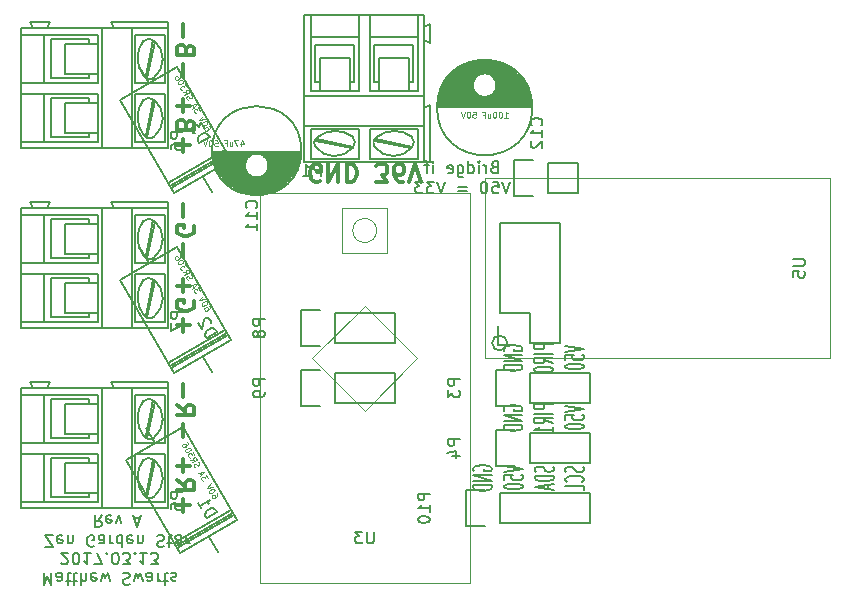
<source format=gbo>
G04 #@! TF.FileFunction,Legend,Bot*
%FSLAX46Y46*%
G04 Gerber Fmt 4.6, Leading zero omitted, Abs format (unit mm)*
G04 Created by KiCad (PCBNEW 4.0.4-stable) date 03/13/17 09:42:38*
%MOMM*%
%LPD*%
G01*
G04 APERTURE LIST*
%ADD10C,0.100000*%
%ADD11C,0.200000*%
%ADD12C,0.300000*%
%ADD13C,0.150000*%
G04 APERTURE END LIST*
D10*
D11*
X99949761Y-143002619D02*
X100616428Y-143002619D01*
X99949761Y-142002619D01*
X100616428Y-142002619D01*
X101378333Y-142050238D02*
X101283095Y-142002619D01*
X101092618Y-142002619D01*
X100997380Y-142050238D01*
X100949761Y-142145476D01*
X100949761Y-142526429D01*
X100997380Y-142621667D01*
X101092618Y-142669286D01*
X101283095Y-142669286D01*
X101378333Y-142621667D01*
X101425952Y-142526429D01*
X101425952Y-142431190D01*
X100949761Y-142335952D01*
X101854523Y-142669286D02*
X101854523Y-142002619D01*
X101854523Y-142574048D02*
X101902142Y-142621667D01*
X101997380Y-142669286D01*
X102140238Y-142669286D01*
X102235476Y-142621667D01*
X102283095Y-142526429D01*
X102283095Y-142002619D01*
X104045000Y-142955000D02*
X103949762Y-143002619D01*
X103806905Y-143002619D01*
X103664047Y-142955000D01*
X103568809Y-142859762D01*
X103521190Y-142764524D01*
X103473571Y-142574048D01*
X103473571Y-142431190D01*
X103521190Y-142240714D01*
X103568809Y-142145476D01*
X103664047Y-142050238D01*
X103806905Y-142002619D01*
X103902143Y-142002619D01*
X104045000Y-142050238D01*
X104092619Y-142097857D01*
X104092619Y-142431190D01*
X103902143Y-142431190D01*
X104949762Y-142002619D02*
X104949762Y-142526429D01*
X104902143Y-142621667D01*
X104806905Y-142669286D01*
X104616428Y-142669286D01*
X104521190Y-142621667D01*
X104949762Y-142050238D02*
X104854524Y-142002619D01*
X104616428Y-142002619D01*
X104521190Y-142050238D01*
X104473571Y-142145476D01*
X104473571Y-142240714D01*
X104521190Y-142335952D01*
X104616428Y-142383571D01*
X104854524Y-142383571D01*
X104949762Y-142431190D01*
X105425952Y-142002619D02*
X105425952Y-142669286D01*
X105425952Y-142478810D02*
X105473571Y-142574048D01*
X105521190Y-142621667D01*
X105616428Y-142669286D01*
X105711667Y-142669286D01*
X106473572Y-142002619D02*
X106473572Y-143002619D01*
X106473572Y-142050238D02*
X106378334Y-142002619D01*
X106187857Y-142002619D01*
X106092619Y-142050238D01*
X106045000Y-142097857D01*
X105997381Y-142193095D01*
X105997381Y-142478810D01*
X106045000Y-142574048D01*
X106092619Y-142621667D01*
X106187857Y-142669286D01*
X106378334Y-142669286D01*
X106473572Y-142621667D01*
X107330715Y-142050238D02*
X107235477Y-142002619D01*
X107045000Y-142002619D01*
X106949762Y-142050238D01*
X106902143Y-142145476D01*
X106902143Y-142526429D01*
X106949762Y-142621667D01*
X107045000Y-142669286D01*
X107235477Y-142669286D01*
X107330715Y-142621667D01*
X107378334Y-142526429D01*
X107378334Y-142431190D01*
X106902143Y-142335952D01*
X107806905Y-142669286D02*
X107806905Y-142002619D01*
X107806905Y-142574048D02*
X107854524Y-142621667D01*
X107949762Y-142669286D01*
X108092620Y-142669286D01*
X108187858Y-142621667D01*
X108235477Y-142526429D01*
X108235477Y-142002619D01*
X109425953Y-142050238D02*
X109568810Y-142002619D01*
X109806906Y-142002619D01*
X109902144Y-142050238D01*
X109949763Y-142097857D01*
X109997382Y-142193095D01*
X109997382Y-142288333D01*
X109949763Y-142383571D01*
X109902144Y-142431190D01*
X109806906Y-142478810D01*
X109616429Y-142526429D01*
X109521191Y-142574048D01*
X109473572Y-142621667D01*
X109425953Y-142716905D01*
X109425953Y-142812143D01*
X109473572Y-142907381D01*
X109521191Y-142955000D01*
X109616429Y-143002619D01*
X109854525Y-143002619D01*
X109997382Y-142955000D01*
X110283096Y-142669286D02*
X110664048Y-142669286D01*
X110425953Y-143002619D02*
X110425953Y-142145476D01*
X110473572Y-142050238D01*
X110568810Y-142002619D01*
X110664048Y-142002619D01*
X111425954Y-142002619D02*
X111425954Y-142526429D01*
X111378335Y-142621667D01*
X111283097Y-142669286D01*
X111092620Y-142669286D01*
X110997382Y-142621667D01*
X111425954Y-142050238D02*
X111330716Y-142002619D01*
X111092620Y-142002619D01*
X110997382Y-142050238D01*
X110949763Y-142145476D01*
X110949763Y-142240714D01*
X110997382Y-142335952D01*
X111092620Y-142383571D01*
X111330716Y-142383571D01*
X111425954Y-142431190D01*
X111902144Y-142002619D02*
X111902144Y-142669286D01*
X111902144Y-142478810D02*
X111949763Y-142574048D01*
X111997382Y-142621667D01*
X112092620Y-142669286D01*
X112187859Y-142669286D01*
X104735476Y-140302619D02*
X104402142Y-140778810D01*
X104164047Y-140302619D02*
X104164047Y-141302619D01*
X104545000Y-141302619D01*
X104640238Y-141255000D01*
X104687857Y-141207381D01*
X104735476Y-141112143D01*
X104735476Y-140969286D01*
X104687857Y-140874048D01*
X104640238Y-140826429D01*
X104545000Y-140778810D01*
X104164047Y-140778810D01*
X105545000Y-140350238D02*
X105449762Y-140302619D01*
X105259285Y-140302619D01*
X105164047Y-140350238D01*
X105116428Y-140445476D01*
X105116428Y-140826429D01*
X105164047Y-140921667D01*
X105259285Y-140969286D01*
X105449762Y-140969286D01*
X105545000Y-140921667D01*
X105592619Y-140826429D01*
X105592619Y-140731190D01*
X105116428Y-140635952D01*
X105925952Y-140969286D02*
X106164047Y-140302619D01*
X106402143Y-140969286D01*
X107497381Y-140588333D02*
X107973572Y-140588333D01*
X107402143Y-140302619D02*
X107735476Y-141302619D01*
X108068810Y-140302619D01*
X99814761Y-145177619D02*
X99814761Y-146177619D01*
X100148095Y-145463333D01*
X100481428Y-146177619D01*
X100481428Y-145177619D01*
X101386190Y-145177619D02*
X101386190Y-145701429D01*
X101338571Y-145796667D01*
X101243333Y-145844286D01*
X101052856Y-145844286D01*
X100957618Y-145796667D01*
X101386190Y-145225238D02*
X101290952Y-145177619D01*
X101052856Y-145177619D01*
X100957618Y-145225238D01*
X100909999Y-145320476D01*
X100909999Y-145415714D01*
X100957618Y-145510952D01*
X101052856Y-145558571D01*
X101290952Y-145558571D01*
X101386190Y-145606190D01*
X101719523Y-145844286D02*
X102100475Y-145844286D01*
X101862380Y-146177619D02*
X101862380Y-145320476D01*
X101909999Y-145225238D01*
X102005237Y-145177619D01*
X102100475Y-145177619D01*
X102290952Y-145844286D02*
X102671904Y-145844286D01*
X102433809Y-146177619D02*
X102433809Y-145320476D01*
X102481428Y-145225238D01*
X102576666Y-145177619D01*
X102671904Y-145177619D01*
X103005238Y-145177619D02*
X103005238Y-146177619D01*
X103433810Y-145177619D02*
X103433810Y-145701429D01*
X103386191Y-145796667D01*
X103290953Y-145844286D01*
X103148095Y-145844286D01*
X103052857Y-145796667D01*
X103005238Y-145749048D01*
X104290953Y-145225238D02*
X104195715Y-145177619D01*
X104005238Y-145177619D01*
X103910000Y-145225238D01*
X103862381Y-145320476D01*
X103862381Y-145701429D01*
X103910000Y-145796667D01*
X104005238Y-145844286D01*
X104195715Y-145844286D01*
X104290953Y-145796667D01*
X104338572Y-145701429D01*
X104338572Y-145606190D01*
X103862381Y-145510952D01*
X104671905Y-145844286D02*
X104862381Y-145177619D01*
X105052858Y-145653810D01*
X105243334Y-145177619D01*
X105433810Y-145844286D01*
X106529048Y-145225238D02*
X106671905Y-145177619D01*
X106910001Y-145177619D01*
X107005239Y-145225238D01*
X107052858Y-145272857D01*
X107100477Y-145368095D01*
X107100477Y-145463333D01*
X107052858Y-145558571D01*
X107005239Y-145606190D01*
X106910001Y-145653810D01*
X106719524Y-145701429D01*
X106624286Y-145749048D01*
X106576667Y-145796667D01*
X106529048Y-145891905D01*
X106529048Y-145987143D01*
X106576667Y-146082381D01*
X106624286Y-146130000D01*
X106719524Y-146177619D01*
X106957620Y-146177619D01*
X107100477Y-146130000D01*
X107433810Y-145844286D02*
X107624286Y-145177619D01*
X107814763Y-145653810D01*
X108005239Y-145177619D01*
X108195715Y-145844286D01*
X109005239Y-145177619D02*
X109005239Y-145701429D01*
X108957620Y-145796667D01*
X108862382Y-145844286D01*
X108671905Y-145844286D01*
X108576667Y-145796667D01*
X109005239Y-145225238D02*
X108910001Y-145177619D01*
X108671905Y-145177619D01*
X108576667Y-145225238D01*
X108529048Y-145320476D01*
X108529048Y-145415714D01*
X108576667Y-145510952D01*
X108671905Y-145558571D01*
X108910001Y-145558571D01*
X109005239Y-145606190D01*
X109481429Y-145177619D02*
X109481429Y-145844286D01*
X109481429Y-145653810D02*
X109529048Y-145749048D01*
X109576667Y-145796667D01*
X109671905Y-145844286D01*
X109767144Y-145844286D01*
X109957620Y-145844286D02*
X110338572Y-145844286D01*
X110100477Y-146177619D02*
X110100477Y-145320476D01*
X110148096Y-145225238D01*
X110243334Y-145177619D01*
X110338572Y-145177619D01*
X110624287Y-145225238D02*
X110719525Y-145177619D01*
X110910001Y-145177619D01*
X111005240Y-145225238D01*
X111052859Y-145320476D01*
X111052859Y-145368095D01*
X111005240Y-145463333D01*
X110910001Y-145510952D01*
X110767144Y-145510952D01*
X110671906Y-145558571D01*
X110624287Y-145653810D01*
X110624287Y-145701429D01*
X110671906Y-145796667D01*
X110767144Y-145844286D01*
X110910001Y-145844286D01*
X111005240Y-145796667D01*
X101314762Y-144382381D02*
X101362381Y-144430000D01*
X101457619Y-144477619D01*
X101695715Y-144477619D01*
X101790953Y-144430000D01*
X101838572Y-144382381D01*
X101886191Y-144287143D01*
X101886191Y-144191905D01*
X101838572Y-144049048D01*
X101267143Y-143477619D01*
X101886191Y-143477619D01*
X102505238Y-144477619D02*
X102600477Y-144477619D01*
X102695715Y-144430000D01*
X102743334Y-144382381D01*
X102790953Y-144287143D01*
X102838572Y-144096667D01*
X102838572Y-143858571D01*
X102790953Y-143668095D01*
X102743334Y-143572857D01*
X102695715Y-143525238D01*
X102600477Y-143477619D01*
X102505238Y-143477619D01*
X102410000Y-143525238D01*
X102362381Y-143572857D01*
X102314762Y-143668095D01*
X102267143Y-143858571D01*
X102267143Y-144096667D01*
X102314762Y-144287143D01*
X102362381Y-144382381D01*
X102410000Y-144430000D01*
X102505238Y-144477619D01*
X103790953Y-143477619D02*
X103219524Y-143477619D01*
X103505238Y-143477619D02*
X103505238Y-144477619D01*
X103410000Y-144334762D01*
X103314762Y-144239524D01*
X103219524Y-144191905D01*
X104124286Y-144477619D02*
X104790953Y-144477619D01*
X104362381Y-143477619D01*
X105171905Y-143572857D02*
X105219524Y-143525238D01*
X105171905Y-143477619D01*
X105124286Y-143525238D01*
X105171905Y-143572857D01*
X105171905Y-143477619D01*
X105838571Y-144477619D02*
X105933810Y-144477619D01*
X106029048Y-144430000D01*
X106076667Y-144382381D01*
X106124286Y-144287143D01*
X106171905Y-144096667D01*
X106171905Y-143858571D01*
X106124286Y-143668095D01*
X106076667Y-143572857D01*
X106029048Y-143525238D01*
X105933810Y-143477619D01*
X105838571Y-143477619D01*
X105743333Y-143525238D01*
X105695714Y-143572857D01*
X105648095Y-143668095D01*
X105600476Y-143858571D01*
X105600476Y-144096667D01*
X105648095Y-144287143D01*
X105695714Y-144382381D01*
X105743333Y-144430000D01*
X105838571Y-144477619D01*
X106505238Y-144477619D02*
X107124286Y-144477619D01*
X106790952Y-144096667D01*
X106933810Y-144096667D01*
X107029048Y-144049048D01*
X107076667Y-144001429D01*
X107124286Y-143906190D01*
X107124286Y-143668095D01*
X107076667Y-143572857D01*
X107029048Y-143525238D01*
X106933810Y-143477619D01*
X106648095Y-143477619D01*
X106552857Y-143525238D01*
X106505238Y-143572857D01*
X107552857Y-143572857D02*
X107600476Y-143525238D01*
X107552857Y-143477619D01*
X107505238Y-143525238D01*
X107552857Y-143572857D01*
X107552857Y-143477619D01*
X108552857Y-143477619D02*
X107981428Y-143477619D01*
X108267142Y-143477619D02*
X108267142Y-144477619D01*
X108171904Y-144334762D01*
X108076666Y-144239524D01*
X107981428Y-144191905D01*
X108886190Y-144477619D02*
X109505238Y-144477619D01*
X109171904Y-144096667D01*
X109314762Y-144096667D01*
X109410000Y-144049048D01*
X109457619Y-144001429D01*
X109505238Y-143906190D01*
X109505238Y-143668095D01*
X109457619Y-143572857D01*
X109410000Y-143525238D01*
X109314762Y-143477619D01*
X109029047Y-143477619D01*
X108933809Y-143525238D01*
X108886190Y-143572857D01*
D12*
X111652857Y-140048571D02*
X111652857Y-138905714D01*
X111081429Y-139477143D02*
X112224286Y-139477143D01*
X111081429Y-137334285D02*
X111795714Y-137834285D01*
X111081429Y-138191428D02*
X112581429Y-138191428D01*
X112581429Y-137620000D01*
X112510000Y-137477142D01*
X112438571Y-137405714D01*
X112295714Y-137334285D01*
X112081429Y-137334285D01*
X111938571Y-137405714D01*
X111867143Y-137477142D01*
X111795714Y-137620000D01*
X111795714Y-138191428D01*
X111652857Y-136691428D02*
X111652857Y-135548571D01*
X111081429Y-136120000D02*
X112224286Y-136120000D01*
X111652857Y-133691428D02*
X111652857Y-132548571D01*
X111081429Y-130977142D02*
X111795714Y-131477142D01*
X111081429Y-131834285D02*
X112581429Y-131834285D01*
X112581429Y-131262857D01*
X112510000Y-131119999D01*
X112438571Y-131048571D01*
X112295714Y-130977142D01*
X112081429Y-130977142D01*
X111938571Y-131048571D01*
X111867143Y-131119999D01*
X111795714Y-131262857D01*
X111795714Y-131834285D01*
X111652857Y-130334285D02*
X111652857Y-129191428D01*
X111652857Y-124808571D02*
X111652857Y-123665714D01*
X111081429Y-124237143D02*
X112224286Y-124237143D01*
X112510000Y-122165714D02*
X112581429Y-122308571D01*
X112581429Y-122522857D01*
X112510000Y-122737142D01*
X112367143Y-122880000D01*
X112224286Y-122951428D01*
X111938571Y-123022857D01*
X111724286Y-123022857D01*
X111438571Y-122951428D01*
X111295714Y-122880000D01*
X111152857Y-122737142D01*
X111081429Y-122522857D01*
X111081429Y-122380000D01*
X111152857Y-122165714D01*
X111224286Y-122094285D01*
X111724286Y-122094285D01*
X111724286Y-122380000D01*
X111652857Y-121451428D02*
X111652857Y-120308571D01*
X111081429Y-120880000D02*
X112224286Y-120880000D01*
X111652857Y-118451428D02*
X111652857Y-117308571D01*
X112510000Y-115808571D02*
X112581429Y-115951428D01*
X112581429Y-116165714D01*
X112510000Y-116379999D01*
X112367143Y-116522857D01*
X112224286Y-116594285D01*
X111938571Y-116665714D01*
X111724286Y-116665714D01*
X111438571Y-116594285D01*
X111295714Y-116522857D01*
X111152857Y-116379999D01*
X111081429Y-116165714D01*
X111081429Y-116022857D01*
X111152857Y-115808571D01*
X111224286Y-115737142D01*
X111724286Y-115737142D01*
X111724286Y-116022857D01*
X111652857Y-115094285D02*
X111652857Y-113951428D01*
X111652857Y-109568571D02*
X111652857Y-108425714D01*
X111081429Y-108997143D02*
X112224286Y-108997143D01*
X111867143Y-107211428D02*
X111795714Y-106997142D01*
X111724286Y-106925714D01*
X111581429Y-106854285D01*
X111367143Y-106854285D01*
X111224286Y-106925714D01*
X111152857Y-106997142D01*
X111081429Y-107140000D01*
X111081429Y-107711428D01*
X112581429Y-107711428D01*
X112581429Y-107211428D01*
X112510000Y-107068571D01*
X112438571Y-106997142D01*
X112295714Y-106925714D01*
X112152857Y-106925714D01*
X112010000Y-106997142D01*
X111938571Y-107068571D01*
X111867143Y-107211428D01*
X111867143Y-107711428D01*
X111652857Y-106211428D02*
X111652857Y-105068571D01*
X111081429Y-105640000D02*
X112224286Y-105640000D01*
X111652857Y-103211428D02*
X111652857Y-102068571D01*
X111867143Y-100854285D02*
X111795714Y-100639999D01*
X111724286Y-100568571D01*
X111581429Y-100497142D01*
X111367143Y-100497142D01*
X111224286Y-100568571D01*
X111152857Y-100639999D01*
X111081429Y-100782857D01*
X111081429Y-101354285D01*
X112581429Y-101354285D01*
X112581429Y-100854285D01*
X112510000Y-100711428D01*
X112438571Y-100639999D01*
X112295714Y-100568571D01*
X112152857Y-100568571D01*
X112010000Y-100639999D01*
X111938571Y-100711428D01*
X111867143Y-100854285D01*
X111867143Y-101354285D01*
X111652857Y-99854285D02*
X111652857Y-98711428D01*
X123214286Y-112002000D02*
X123071429Y-112073429D01*
X122857143Y-112073429D01*
X122642858Y-112002000D01*
X122500000Y-111859143D01*
X122428572Y-111716286D01*
X122357143Y-111430571D01*
X122357143Y-111216286D01*
X122428572Y-110930571D01*
X122500000Y-110787714D01*
X122642858Y-110644857D01*
X122857143Y-110573429D01*
X123000000Y-110573429D01*
X123214286Y-110644857D01*
X123285715Y-110716286D01*
X123285715Y-111216286D01*
X123000000Y-111216286D01*
X123928572Y-110573429D02*
X123928572Y-112073429D01*
X124785715Y-110573429D01*
X124785715Y-112073429D01*
X125500001Y-110573429D02*
X125500001Y-112073429D01*
X125857144Y-112073429D01*
X126071429Y-112002000D01*
X126214287Y-111859143D01*
X126285715Y-111716286D01*
X126357144Y-111430571D01*
X126357144Y-111216286D01*
X126285715Y-110930571D01*
X126214287Y-110787714D01*
X126071429Y-110644857D01*
X125857144Y-110573429D01*
X125500001Y-110573429D01*
X128000001Y-112073429D02*
X128928572Y-112073429D01*
X128428572Y-111502000D01*
X128642858Y-111502000D01*
X128785715Y-111430571D01*
X128857144Y-111359143D01*
X128928572Y-111216286D01*
X128928572Y-110859143D01*
X128857144Y-110716286D01*
X128785715Y-110644857D01*
X128642858Y-110573429D01*
X128214286Y-110573429D01*
X128071429Y-110644857D01*
X128000001Y-110716286D01*
X130214286Y-112073429D02*
X129928572Y-112073429D01*
X129785715Y-112002000D01*
X129714286Y-111930571D01*
X129571429Y-111716286D01*
X129500000Y-111430571D01*
X129500000Y-110859143D01*
X129571429Y-110716286D01*
X129642857Y-110644857D01*
X129785715Y-110573429D01*
X130071429Y-110573429D01*
X130214286Y-110644857D01*
X130285715Y-110716286D01*
X130357143Y-110859143D01*
X130357143Y-111216286D01*
X130285715Y-111359143D01*
X130214286Y-111430571D01*
X130071429Y-111502000D01*
X129785715Y-111502000D01*
X129642857Y-111430571D01*
X129571429Y-111359143D01*
X129500000Y-111216286D01*
X130785714Y-112073429D02*
X131285714Y-110573429D01*
X131785714Y-112073429D01*
D11*
X137969285Y-110838571D02*
X137826428Y-110886190D01*
X137778809Y-110933810D01*
X137731190Y-111029048D01*
X137731190Y-111171905D01*
X137778809Y-111267143D01*
X137826428Y-111314762D01*
X137921666Y-111362381D01*
X138302619Y-111362381D01*
X138302619Y-110362381D01*
X137969285Y-110362381D01*
X137874047Y-110410000D01*
X137826428Y-110457619D01*
X137778809Y-110552857D01*
X137778809Y-110648095D01*
X137826428Y-110743333D01*
X137874047Y-110790952D01*
X137969285Y-110838571D01*
X138302619Y-110838571D01*
X137302619Y-111362381D02*
X137302619Y-110695714D01*
X137302619Y-110886190D02*
X137255000Y-110790952D01*
X137207381Y-110743333D01*
X137112143Y-110695714D01*
X137016904Y-110695714D01*
X136683571Y-111362381D02*
X136683571Y-110695714D01*
X136683571Y-110362381D02*
X136731190Y-110410000D01*
X136683571Y-110457619D01*
X136635952Y-110410000D01*
X136683571Y-110362381D01*
X136683571Y-110457619D01*
X135778809Y-111362381D02*
X135778809Y-110362381D01*
X135778809Y-111314762D02*
X135874047Y-111362381D01*
X136064524Y-111362381D01*
X136159762Y-111314762D01*
X136207381Y-111267143D01*
X136255000Y-111171905D01*
X136255000Y-110886190D01*
X136207381Y-110790952D01*
X136159762Y-110743333D01*
X136064524Y-110695714D01*
X135874047Y-110695714D01*
X135778809Y-110743333D01*
X134874047Y-110695714D02*
X134874047Y-111505238D01*
X134921666Y-111600476D01*
X134969285Y-111648095D01*
X135064524Y-111695714D01*
X135207381Y-111695714D01*
X135302619Y-111648095D01*
X134874047Y-111314762D02*
X134969285Y-111362381D01*
X135159762Y-111362381D01*
X135255000Y-111314762D01*
X135302619Y-111267143D01*
X135350238Y-111171905D01*
X135350238Y-110886190D01*
X135302619Y-110790952D01*
X135255000Y-110743333D01*
X135159762Y-110695714D01*
X134969285Y-110695714D01*
X134874047Y-110743333D01*
X134016904Y-111314762D02*
X134112142Y-111362381D01*
X134302619Y-111362381D01*
X134397857Y-111314762D01*
X134445476Y-111219524D01*
X134445476Y-110838571D01*
X134397857Y-110743333D01*
X134302619Y-110695714D01*
X134112142Y-110695714D01*
X134016904Y-110743333D01*
X133969285Y-110838571D01*
X133969285Y-110933810D01*
X134445476Y-111029048D01*
X132778809Y-111362381D02*
X132778809Y-110695714D01*
X132778809Y-110362381D02*
X132826428Y-110410000D01*
X132778809Y-110457619D01*
X132731190Y-110410000D01*
X132778809Y-110362381D01*
X132778809Y-110457619D01*
X132445476Y-110695714D02*
X132064524Y-110695714D01*
X132302619Y-111362381D02*
X132302619Y-110505238D01*
X132255000Y-110410000D01*
X132159762Y-110362381D01*
X132064524Y-110362381D01*
X139302619Y-112062381D02*
X138969286Y-113062381D01*
X138635952Y-112062381D01*
X137826428Y-112062381D02*
X138302619Y-112062381D01*
X138350238Y-112538571D01*
X138302619Y-112490952D01*
X138207381Y-112443333D01*
X137969285Y-112443333D01*
X137874047Y-112490952D01*
X137826428Y-112538571D01*
X137778809Y-112633810D01*
X137778809Y-112871905D01*
X137826428Y-112967143D01*
X137874047Y-113014762D01*
X137969285Y-113062381D01*
X138207381Y-113062381D01*
X138302619Y-113014762D01*
X138350238Y-112967143D01*
X137159762Y-112062381D02*
X137064523Y-112062381D01*
X136969285Y-112110000D01*
X136921666Y-112157619D01*
X136874047Y-112252857D01*
X136826428Y-112443333D01*
X136826428Y-112681429D01*
X136874047Y-112871905D01*
X136921666Y-112967143D01*
X136969285Y-113014762D01*
X137064523Y-113062381D01*
X137159762Y-113062381D01*
X137255000Y-113014762D01*
X137302619Y-112967143D01*
X137350238Y-112871905D01*
X137397857Y-112681429D01*
X137397857Y-112443333D01*
X137350238Y-112252857D01*
X137302619Y-112157619D01*
X137255000Y-112110000D01*
X137159762Y-112062381D01*
X135635952Y-112538571D02*
X134874047Y-112538571D01*
X134874047Y-112824286D02*
X135635952Y-112824286D01*
X133778809Y-112062381D02*
X133445476Y-113062381D01*
X133112142Y-112062381D01*
X132874047Y-112062381D02*
X132254999Y-112062381D01*
X132588333Y-112443333D01*
X132445475Y-112443333D01*
X132350237Y-112490952D01*
X132302618Y-112538571D01*
X132254999Y-112633810D01*
X132254999Y-112871905D01*
X132302618Y-112967143D01*
X132350237Y-113014762D01*
X132445475Y-113062381D01*
X132731190Y-113062381D01*
X132826428Y-113014762D01*
X132874047Y-112967143D01*
X131921666Y-112062381D02*
X131302618Y-112062381D01*
X131635952Y-112443333D01*
X131493094Y-112443333D01*
X131397856Y-112490952D01*
X131350237Y-112538571D01*
X131302618Y-112633810D01*
X131302618Y-112871905D01*
X131350237Y-112967143D01*
X131397856Y-113014762D01*
X131493094Y-113062381D01*
X131778809Y-113062381D01*
X131874047Y-113014762D01*
X131921666Y-112967143D01*
X138840000Y-126390477D02*
X138763810Y-126314286D01*
X138763810Y-126200001D01*
X138840000Y-126085715D01*
X138992381Y-126009524D01*
X139144762Y-125971429D01*
X139449524Y-125933334D01*
X139678095Y-125933334D01*
X139982857Y-125971429D01*
X140135238Y-126009524D01*
X140287619Y-126085715D01*
X140363810Y-126200001D01*
X140363810Y-126276191D01*
X140287619Y-126390477D01*
X140211429Y-126428572D01*
X139678095Y-126428572D01*
X139678095Y-126276191D01*
X140363810Y-126771429D02*
X138763810Y-126771429D01*
X140363810Y-127228572D01*
X138763810Y-127228572D01*
X140363810Y-127609524D02*
X138763810Y-127609524D01*
X138763810Y-127800000D01*
X138840000Y-127914286D01*
X138992381Y-127990477D01*
X139144762Y-128028572D01*
X139449524Y-128066667D01*
X139678095Y-128066667D01*
X139982857Y-128028572D01*
X140135238Y-127990477D01*
X140287619Y-127914286D01*
X140363810Y-127800000D01*
X140363810Y-127609524D01*
X142963810Y-125819048D02*
X141363810Y-125819048D01*
X141363810Y-126123810D01*
X141440000Y-126200001D01*
X141516190Y-126238096D01*
X141668571Y-126276191D01*
X141897143Y-126276191D01*
X142049524Y-126238096D01*
X142125714Y-126200001D01*
X142201905Y-126123810D01*
X142201905Y-125819048D01*
X142963810Y-126619048D02*
X141363810Y-126619048D01*
X142963810Y-127457143D02*
X142201905Y-127190476D01*
X142963810Y-127000000D02*
X141363810Y-127000000D01*
X141363810Y-127304762D01*
X141440000Y-127380953D01*
X141516190Y-127419048D01*
X141668571Y-127457143D01*
X141897143Y-127457143D01*
X142049524Y-127419048D01*
X142125714Y-127380953D01*
X142201905Y-127304762D01*
X142201905Y-127000000D01*
X141363810Y-127952381D02*
X141363810Y-128028572D01*
X141440000Y-128104762D01*
X141516190Y-128142857D01*
X141668571Y-128180953D01*
X141973333Y-128219048D01*
X142354286Y-128219048D01*
X142659048Y-128180953D01*
X142811429Y-128142857D01*
X142887619Y-128104762D01*
X142963810Y-128028572D01*
X142963810Y-127952381D01*
X142887619Y-127876191D01*
X142811429Y-127838095D01*
X142659048Y-127800000D01*
X142354286Y-127761905D01*
X141973333Y-127761905D01*
X141668571Y-127800000D01*
X141516190Y-127838095D01*
X141440000Y-127876191D01*
X141363810Y-127952381D01*
X143963810Y-125971428D02*
X145563810Y-126238095D01*
X143963810Y-126504762D01*
X143963810Y-127152381D02*
X143963810Y-126771428D01*
X144725714Y-126733333D01*
X144649524Y-126771428D01*
X144573333Y-126847619D01*
X144573333Y-127038095D01*
X144649524Y-127114285D01*
X144725714Y-127152381D01*
X144878095Y-127190476D01*
X145259048Y-127190476D01*
X145411429Y-127152381D01*
X145487619Y-127114285D01*
X145563810Y-127038095D01*
X145563810Y-126847619D01*
X145487619Y-126771428D01*
X145411429Y-126733333D01*
X143963810Y-127685714D02*
X143963810Y-127761905D01*
X144040000Y-127838095D01*
X144116190Y-127876190D01*
X144268571Y-127914286D01*
X144573333Y-127952381D01*
X144954286Y-127952381D01*
X145259048Y-127914286D01*
X145411429Y-127876190D01*
X145487619Y-127838095D01*
X145563810Y-127761905D01*
X145563810Y-127685714D01*
X145487619Y-127609524D01*
X145411429Y-127571428D01*
X145259048Y-127533333D01*
X144954286Y-127495238D01*
X144573333Y-127495238D01*
X144268571Y-127533333D01*
X144116190Y-127571428D01*
X144040000Y-127609524D01*
X143963810Y-127685714D01*
X138840000Y-131470477D02*
X138763810Y-131394286D01*
X138763810Y-131280001D01*
X138840000Y-131165715D01*
X138992381Y-131089524D01*
X139144762Y-131051429D01*
X139449524Y-131013334D01*
X139678095Y-131013334D01*
X139982857Y-131051429D01*
X140135238Y-131089524D01*
X140287619Y-131165715D01*
X140363810Y-131280001D01*
X140363810Y-131356191D01*
X140287619Y-131470477D01*
X140211429Y-131508572D01*
X139678095Y-131508572D01*
X139678095Y-131356191D01*
X140363810Y-131851429D02*
X138763810Y-131851429D01*
X140363810Y-132308572D01*
X138763810Y-132308572D01*
X140363810Y-132689524D02*
X138763810Y-132689524D01*
X138763810Y-132880000D01*
X138840000Y-132994286D01*
X138992381Y-133070477D01*
X139144762Y-133108572D01*
X139449524Y-133146667D01*
X139678095Y-133146667D01*
X139982857Y-133108572D01*
X140135238Y-133070477D01*
X140287619Y-132994286D01*
X140363810Y-132880000D01*
X140363810Y-132689524D01*
X142963810Y-130899048D02*
X141363810Y-130899048D01*
X141363810Y-131203810D01*
X141440000Y-131280001D01*
X141516190Y-131318096D01*
X141668571Y-131356191D01*
X141897143Y-131356191D01*
X142049524Y-131318096D01*
X142125714Y-131280001D01*
X142201905Y-131203810D01*
X142201905Y-130899048D01*
X142963810Y-131699048D02*
X141363810Y-131699048D01*
X142963810Y-132537143D02*
X142201905Y-132270476D01*
X142963810Y-132080000D02*
X141363810Y-132080000D01*
X141363810Y-132384762D01*
X141440000Y-132460953D01*
X141516190Y-132499048D01*
X141668571Y-132537143D01*
X141897143Y-132537143D01*
X142049524Y-132499048D01*
X142125714Y-132460953D01*
X142201905Y-132384762D01*
X142201905Y-132080000D01*
X142963810Y-133299048D02*
X142963810Y-132841905D01*
X142963810Y-133070476D02*
X141363810Y-133070476D01*
X141592381Y-132994286D01*
X141744762Y-132918095D01*
X141820952Y-132841905D01*
X143963810Y-131051428D02*
X145563810Y-131318095D01*
X143963810Y-131584762D01*
X143963810Y-132232381D02*
X143963810Y-131851428D01*
X144725714Y-131813333D01*
X144649524Y-131851428D01*
X144573333Y-131927619D01*
X144573333Y-132118095D01*
X144649524Y-132194285D01*
X144725714Y-132232381D01*
X144878095Y-132270476D01*
X145259048Y-132270476D01*
X145411429Y-132232381D01*
X145487619Y-132194285D01*
X145563810Y-132118095D01*
X145563810Y-131927619D01*
X145487619Y-131851428D01*
X145411429Y-131813333D01*
X143963810Y-132765714D02*
X143963810Y-132841905D01*
X144040000Y-132918095D01*
X144116190Y-132956190D01*
X144268571Y-132994286D01*
X144573333Y-133032381D01*
X144954286Y-133032381D01*
X145259048Y-132994286D01*
X145411429Y-132956190D01*
X145487619Y-132918095D01*
X145563810Y-132841905D01*
X145563810Y-132765714D01*
X145487619Y-132689524D01*
X145411429Y-132651428D01*
X145259048Y-132613333D01*
X144954286Y-132575238D01*
X144573333Y-132575238D01*
X144268571Y-132613333D01*
X144116190Y-132651428D01*
X144040000Y-132689524D01*
X143963810Y-132765714D01*
X136270000Y-136550477D02*
X136193810Y-136474286D01*
X136193810Y-136360001D01*
X136270000Y-136245715D01*
X136422381Y-136169524D01*
X136574762Y-136131429D01*
X136879524Y-136093334D01*
X137108095Y-136093334D01*
X137412857Y-136131429D01*
X137565238Y-136169524D01*
X137717619Y-136245715D01*
X137793810Y-136360001D01*
X137793810Y-136436191D01*
X137717619Y-136550477D01*
X137641429Y-136588572D01*
X137108095Y-136588572D01*
X137108095Y-136436191D01*
X137793810Y-136931429D02*
X136193810Y-136931429D01*
X137793810Y-137388572D01*
X136193810Y-137388572D01*
X137793810Y-137769524D02*
X136193810Y-137769524D01*
X136193810Y-137960000D01*
X136270000Y-138074286D01*
X136422381Y-138150477D01*
X136574762Y-138188572D01*
X136879524Y-138226667D01*
X137108095Y-138226667D01*
X137412857Y-138188572D01*
X137565238Y-138150477D01*
X137717619Y-138074286D01*
X137793810Y-137960000D01*
X137793810Y-137769524D01*
X138793810Y-136131428D02*
X140393810Y-136398095D01*
X138793810Y-136664762D01*
X138793810Y-137312381D02*
X138793810Y-136931428D01*
X139555714Y-136893333D01*
X139479524Y-136931428D01*
X139403333Y-137007619D01*
X139403333Y-137198095D01*
X139479524Y-137274285D01*
X139555714Y-137312381D01*
X139708095Y-137350476D01*
X140089048Y-137350476D01*
X140241429Y-137312381D01*
X140317619Y-137274285D01*
X140393810Y-137198095D01*
X140393810Y-137007619D01*
X140317619Y-136931428D01*
X140241429Y-136893333D01*
X138793810Y-137845714D02*
X138793810Y-137921905D01*
X138870000Y-137998095D01*
X138946190Y-138036190D01*
X139098571Y-138074286D01*
X139403333Y-138112381D01*
X139784286Y-138112381D01*
X140089048Y-138074286D01*
X140241429Y-138036190D01*
X140317619Y-137998095D01*
X140393810Y-137921905D01*
X140393810Y-137845714D01*
X140317619Y-137769524D01*
X140241429Y-137731428D01*
X140089048Y-137693333D01*
X139784286Y-137655238D01*
X139403333Y-137655238D01*
X139098571Y-137693333D01*
X138946190Y-137731428D01*
X138870000Y-137769524D01*
X138793810Y-137845714D01*
X142917619Y-136188572D02*
X142993810Y-136302858D01*
X142993810Y-136493334D01*
X142917619Y-136569524D01*
X142841429Y-136607620D01*
X142689048Y-136645715D01*
X142536667Y-136645715D01*
X142384286Y-136607620D01*
X142308095Y-136569524D01*
X142231905Y-136493334D01*
X142155714Y-136340953D01*
X142079524Y-136264762D01*
X142003333Y-136226667D01*
X141850952Y-136188572D01*
X141698571Y-136188572D01*
X141546190Y-136226667D01*
X141470000Y-136264762D01*
X141393810Y-136340953D01*
X141393810Y-136531429D01*
X141470000Y-136645715D01*
X142993810Y-136988572D02*
X141393810Y-136988572D01*
X141393810Y-137179048D01*
X141470000Y-137293334D01*
X141622381Y-137369525D01*
X141774762Y-137407620D01*
X142079524Y-137445715D01*
X142308095Y-137445715D01*
X142612857Y-137407620D01*
X142765238Y-137369525D01*
X142917619Y-137293334D01*
X142993810Y-137179048D01*
X142993810Y-136988572D01*
X142536667Y-137750477D02*
X142536667Y-138131429D01*
X142993810Y-137674286D02*
X141393810Y-137940953D01*
X142993810Y-138207620D01*
X145517619Y-136207619D02*
X145593810Y-136321905D01*
X145593810Y-136512381D01*
X145517619Y-136588571D01*
X145441429Y-136626667D01*
X145289048Y-136664762D01*
X145136667Y-136664762D01*
X144984286Y-136626667D01*
X144908095Y-136588571D01*
X144831905Y-136512381D01*
X144755714Y-136360000D01*
X144679524Y-136283809D01*
X144603333Y-136245714D01*
X144450952Y-136207619D01*
X144298571Y-136207619D01*
X144146190Y-136245714D01*
X144070000Y-136283809D01*
X143993810Y-136360000D01*
X143993810Y-136550476D01*
X144070000Y-136664762D01*
X145441429Y-137464762D02*
X145517619Y-137426667D01*
X145593810Y-137312381D01*
X145593810Y-137236191D01*
X145517619Y-137121905D01*
X145365238Y-137045714D01*
X145212857Y-137007619D01*
X144908095Y-136969524D01*
X144679524Y-136969524D01*
X144374762Y-137007619D01*
X144222381Y-137045714D01*
X144070000Y-137121905D01*
X143993810Y-137236191D01*
X143993810Y-137312381D01*
X144070000Y-137426667D01*
X144146190Y-137464762D01*
X145593810Y-138188572D02*
X145593810Y-137807619D01*
X143993810Y-137807619D01*
X139065000Y-125730000D02*
G75*
G03X139065000Y-125730000I-635000J0D01*
G01*
D10*
X127000000Y-131445000D02*
X122555000Y-127000000D01*
X122555000Y-127000000D02*
X127000000Y-122555000D01*
X127000000Y-122555000D02*
X131445000Y-127000000D01*
X131445000Y-127000000D02*
X127000000Y-131445000D01*
X128016000Y-116205000D02*
G75*
G03X128016000Y-116205000I-1016000J0D01*
G01*
X125095000Y-118110000D02*
X125095000Y-114300000D01*
X125095000Y-114300000D02*
X128905000Y-114300000D01*
X128905000Y-114300000D02*
X128905000Y-118110000D01*
X128905000Y-118110000D02*
X125095000Y-118110000D01*
X118110000Y-113030000D02*
X135890000Y-113030000D01*
X135890000Y-113030000D02*
X135890000Y-146050000D01*
X135890000Y-146050000D02*
X118110000Y-146050000D01*
X118110000Y-146050000D02*
X118110000Y-113030000D01*
D13*
X142494000Y-113030000D02*
X145034000Y-113030000D01*
X139674000Y-113310000D02*
X141224000Y-113310000D01*
X142494000Y-113030000D02*
X142494000Y-110490000D01*
X141224000Y-110210000D02*
X139674000Y-110210000D01*
X139674000Y-110210000D02*
X139674000Y-113310000D01*
X142494000Y-110490000D02*
X145034000Y-110490000D01*
X145034000Y-110490000D02*
X145034000Y-113030000D01*
D10*
X137160000Y-127000000D02*
X166370000Y-127000000D01*
X166370000Y-127000000D02*
X166370000Y-111760000D01*
X166370000Y-111760000D02*
X137160000Y-111760000D01*
X137160000Y-127000000D02*
X137160000Y-111760000D01*
D13*
X138430000Y-123190000D02*
X138430000Y-115570000D01*
X138430000Y-115570000D02*
X143510000Y-115570000D01*
X143510000Y-115570000D02*
X143510000Y-125730000D01*
X143510000Y-125730000D02*
X140970000Y-125730000D01*
X139827000Y-125857600D02*
X138277000Y-125857600D01*
X140970000Y-125730000D02*
X140970000Y-123190000D01*
X140970000Y-123190000D02*
X138430000Y-123190000D01*
X138302400Y-125857600D02*
X138302400Y-124307600D01*
X114107000Y-109529000D02*
X121605000Y-109529000D01*
X114112000Y-109669000D02*
X121600000Y-109669000D01*
X114123000Y-109809000D02*
X117410000Y-109809000D01*
X118302000Y-109809000D02*
X121589000Y-109809000D01*
X114139000Y-109949000D02*
X117200000Y-109949000D01*
X118512000Y-109949000D02*
X121573000Y-109949000D01*
X114160000Y-110089000D02*
X117067000Y-110089000D01*
X118645000Y-110089000D02*
X121552000Y-110089000D01*
X114187000Y-110229000D02*
X116976000Y-110229000D01*
X118736000Y-110229000D02*
X121525000Y-110229000D01*
X114219000Y-110369000D02*
X116914000Y-110369000D01*
X118798000Y-110369000D02*
X121493000Y-110369000D01*
X114257000Y-110509000D02*
X116875000Y-110509000D01*
X118837000Y-110509000D02*
X121455000Y-110509000D01*
X114301000Y-110649000D02*
X116858000Y-110649000D01*
X118854000Y-110649000D02*
X121411000Y-110649000D01*
X114352000Y-110789000D02*
X116860000Y-110789000D01*
X118852000Y-110789000D02*
X121360000Y-110789000D01*
X114408000Y-110929000D02*
X116882000Y-110929000D01*
X118830000Y-110929000D02*
X121304000Y-110929000D01*
X114472000Y-111069000D02*
X116925000Y-111069000D01*
X118787000Y-111069000D02*
X121240000Y-111069000D01*
X114542000Y-111209000D02*
X116993000Y-111209000D01*
X118719000Y-111209000D02*
X121170000Y-111209000D01*
X114620000Y-111349000D02*
X117092000Y-111349000D01*
X118620000Y-111349000D02*
X121092000Y-111349000D01*
X114706000Y-111489000D02*
X117237000Y-111489000D01*
X118475000Y-111489000D02*
X121006000Y-111489000D01*
X114801000Y-111629000D02*
X117476000Y-111629000D01*
X118236000Y-111629000D02*
X120911000Y-111629000D01*
X114906000Y-111769000D02*
X120806000Y-111769000D01*
X115021000Y-111909000D02*
X120691000Y-111909000D01*
X115149000Y-112049000D02*
X120563000Y-112049000D01*
X115290000Y-112189000D02*
X120422000Y-112189000D01*
X115448000Y-112329000D02*
X120264000Y-112329000D01*
X115626000Y-112469000D02*
X120086000Y-112469000D01*
X115829000Y-112609000D02*
X119883000Y-112609000D01*
X116066000Y-112749000D02*
X119646000Y-112749000D01*
X116352000Y-112889000D02*
X119360000Y-112889000D01*
X116724000Y-113029000D02*
X118988000Y-113029000D01*
X117345000Y-113169000D02*
X118367000Y-113169000D01*
X118856000Y-110704000D02*
G75*
G03X118856000Y-110704000I-1000000J0D01*
G01*
X121643500Y-109454000D02*
G75*
G03X121643500Y-109454000I-3787500J0D01*
G01*
X109221953Y-134218882D02*
X108459953Y-132899059D01*
X113793953Y-142137818D02*
X114555953Y-143457641D01*
X115705628Y-139860936D02*
X110866278Y-142654936D01*
X115832628Y-140080907D02*
X110993278Y-142874907D01*
X115959628Y-140300877D02*
X111120278Y-143094877D01*
X111374278Y-143534818D02*
X116213628Y-140740818D01*
X116213628Y-140740818D02*
X111641628Y-132821882D01*
X111641628Y-132821882D02*
X106802278Y-135615882D01*
X106802278Y-135615882D02*
X111374278Y-143534818D01*
X108713953Y-118978882D02*
X107951953Y-117659059D01*
X113285953Y-126897818D02*
X114047953Y-128217641D01*
X115197628Y-124620936D02*
X110358278Y-127414936D01*
X115324628Y-124840907D02*
X110485278Y-127634907D01*
X115451628Y-125060877D02*
X110612278Y-127854877D01*
X110866278Y-128294818D02*
X115705628Y-125500818D01*
X115705628Y-125500818D02*
X111133628Y-117581882D01*
X111133628Y-117581882D02*
X106294278Y-120375882D01*
X106294278Y-120375882D02*
X110866278Y-128294818D01*
X108713953Y-103738882D02*
X107951953Y-102419059D01*
X113285953Y-111657818D02*
X114047953Y-112977641D01*
X115197628Y-109380936D02*
X110358278Y-112174936D01*
X115324628Y-109600907D02*
X110485278Y-112394907D01*
X115451628Y-109820877D02*
X110612278Y-112614877D01*
X110866278Y-113054818D02*
X115705628Y-110260818D01*
X115705628Y-110260818D02*
X111133628Y-102341882D01*
X111133628Y-102341882D02*
X106294278Y-105135882D01*
X106294278Y-105135882D02*
X110866278Y-113054818D01*
X141159000Y-105721000D02*
X133161000Y-105721000D01*
X141154000Y-105581000D02*
X133166000Y-105581000D01*
X141144000Y-105441000D02*
X133176000Y-105441000D01*
X141129000Y-105301000D02*
X133191000Y-105301000D01*
X141109000Y-105161000D02*
X133211000Y-105161000D01*
X141084000Y-105021000D02*
X133236000Y-105021000D01*
X141054000Y-104881000D02*
X137333000Y-104881000D01*
X136987000Y-104881000D02*
X133266000Y-104881000D01*
X141018000Y-104741000D02*
X137695000Y-104741000D01*
X136625000Y-104741000D02*
X133302000Y-104741000D01*
X140977000Y-104601000D02*
X137869000Y-104601000D01*
X136451000Y-104601000D02*
X133343000Y-104601000D01*
X140931000Y-104461000D02*
X137985000Y-104461000D01*
X136335000Y-104461000D02*
X133389000Y-104461000D01*
X140878000Y-104321000D02*
X138065000Y-104321000D01*
X136255000Y-104321000D02*
X133442000Y-104321000D01*
X140819000Y-104181000D02*
X138119000Y-104181000D01*
X136201000Y-104181000D02*
X133501000Y-104181000D01*
X140754000Y-104041000D02*
X138149000Y-104041000D01*
X136171000Y-104041000D02*
X133566000Y-104041000D01*
X140683000Y-103901000D02*
X138160000Y-103901000D01*
X136160000Y-103901000D02*
X133637000Y-103901000D01*
X140604000Y-103761000D02*
X138151000Y-103761000D01*
X136169000Y-103761000D02*
X133716000Y-103761000D01*
X140517000Y-103621000D02*
X138121000Y-103621000D01*
X136199000Y-103621000D02*
X133803000Y-103621000D01*
X140422000Y-103481000D02*
X138070000Y-103481000D01*
X136250000Y-103481000D02*
X133898000Y-103481000D01*
X140318000Y-103341000D02*
X137992000Y-103341000D01*
X136328000Y-103341000D02*
X134002000Y-103341000D01*
X140204000Y-103201000D02*
X137879000Y-103201000D01*
X136441000Y-103201000D02*
X134116000Y-103201000D01*
X140079000Y-103061000D02*
X137710000Y-103061000D01*
X136610000Y-103061000D02*
X134241000Y-103061000D01*
X139941000Y-102921000D02*
X137382000Y-102921000D01*
X136938000Y-102921000D02*
X134379000Y-102921000D01*
X139789000Y-102781000D02*
X134531000Y-102781000D01*
X139619000Y-102641000D02*
X134701000Y-102641000D01*
X139428000Y-102501000D02*
X134892000Y-102501000D01*
X139210000Y-102361000D02*
X135110000Y-102361000D01*
X138954000Y-102221000D02*
X135366000Y-102221000D01*
X138643000Y-102081000D02*
X135677000Y-102081000D01*
X138227000Y-101941000D02*
X136093000Y-101941000D01*
X137360000Y-101801000D02*
X136960000Y-101801000D01*
X138160000Y-103896000D02*
G75*
G03X138160000Y-103896000I-1000000J0D01*
G01*
X141197500Y-105796000D02*
G75*
G03X141197500Y-105796000I-4037500J0D01*
G01*
X123200400Y-101600000D02*
X125740400Y-101600000D01*
X125740400Y-101600000D02*
X125740400Y-104394000D01*
X123200400Y-104394000D02*
X125740400Y-104394000D01*
X123200400Y-101600000D02*
X123200400Y-104394000D01*
X128204200Y-101600000D02*
X130744200Y-101600000D01*
X130744200Y-101600000D02*
X130744200Y-104394000D01*
X128204200Y-104394000D02*
X130744200Y-104394000D01*
X128204200Y-101600000D02*
X128204200Y-104394000D01*
X132065000Y-110363000D02*
X132065000Y-107315000D01*
X132065000Y-110363000D02*
X121880000Y-110363000D01*
X132065000Y-110363000D02*
X132573000Y-110363000D01*
X132573000Y-110363000D02*
X132573000Y-105537000D01*
X132573000Y-105537000D02*
X132065000Y-105791000D01*
X132573000Y-98679000D02*
X132065000Y-98933000D01*
X132065000Y-98933000D02*
X132065000Y-97917000D01*
X132573000Y-100330000D02*
X132065000Y-100076000D01*
X132065000Y-100076000D02*
X132065000Y-98933000D01*
X132573000Y-100330000D02*
X132573000Y-98679000D01*
X127442200Y-97917000D02*
X127442200Y-99822000D01*
X131506200Y-104394000D02*
X131506200Y-99822000D01*
X127442200Y-97917000D02*
X131506200Y-97917000D01*
X131506200Y-97917000D02*
X132065000Y-97917000D01*
X126502400Y-97917000D02*
X126502400Y-99822000D01*
X126502400Y-97917000D02*
X127442200Y-97917000D01*
X122438400Y-104394000D02*
X122438400Y-99822000D01*
X121880000Y-97917000D02*
X122438400Y-97917000D01*
X122438400Y-97917000D02*
X126502400Y-97917000D01*
X127442200Y-99822000D02*
X131506200Y-99822000D01*
X127442200Y-99822000D02*
X127442200Y-104394000D01*
X131506200Y-99822000D02*
X131506200Y-97917000D01*
X126502400Y-99822000D02*
X122438400Y-99822000D01*
X126502400Y-99822000D02*
X126502400Y-104394000D01*
X122438400Y-99822000D02*
X122438400Y-97917000D01*
X131125200Y-100457000D02*
X131125200Y-103632000D01*
X131125200Y-100457000D02*
X127823200Y-100457000D01*
X127823200Y-100457000D02*
X127823200Y-103632000D01*
X126121400Y-100457000D02*
X126121400Y-103632000D01*
X126121400Y-100457000D02*
X122819400Y-100457000D01*
X122819400Y-100457000D02*
X122819400Y-103632000D01*
X122819400Y-103632000D02*
X123200400Y-103632000D01*
X126121400Y-103632000D02*
X125740400Y-103632000D01*
X127823200Y-103632000D02*
X128204200Y-103632000D01*
X131125200Y-103632000D02*
X130744200Y-103632000D01*
X121880000Y-97917000D02*
X121880000Y-104775000D01*
X121880000Y-104775000D02*
X121880000Y-107315000D01*
X132065000Y-105791000D02*
X132065000Y-104775000D01*
X132065000Y-104775000D02*
X132065000Y-100076000D01*
X121880000Y-107315000D02*
X132065000Y-107315000D01*
X121880000Y-107315000D02*
X121880000Y-110363000D01*
X132065000Y-107315000D02*
X132065000Y-105791000D01*
X127442200Y-107569000D02*
X127442200Y-110109000D01*
X127442200Y-110109000D02*
X131506200Y-110109000D01*
X131506200Y-110109000D02*
X131506200Y-107569000D01*
X131506200Y-107569000D02*
X127442200Y-107569000D01*
X126502400Y-107569000D02*
X126502400Y-110109000D01*
X126502400Y-107569000D02*
X122438400Y-107569000D01*
X122438400Y-107569000D02*
X122438400Y-110109000D01*
X126502400Y-110109000D02*
X122438400Y-110109000D01*
X127848600Y-108585000D02*
X130896600Y-109220000D01*
X127975600Y-108458000D02*
X131023600Y-109093000D01*
X122844800Y-108585000D02*
X125895340Y-109220000D01*
X122971800Y-108458000D02*
X126019800Y-109093000D01*
X122438400Y-104394000D02*
X122819400Y-104394000D01*
X126502400Y-104394000D02*
X126121400Y-104394000D01*
X126121400Y-104394000D02*
X122819400Y-104394000D01*
X121880000Y-104775000D02*
X122819400Y-104775000D01*
X122819400Y-104775000D02*
X126121400Y-104775000D01*
X126121400Y-104775000D02*
X127823200Y-104775000D01*
X132065000Y-104775000D02*
X131125200Y-104775000D01*
X131125200Y-104775000D02*
X127823200Y-104775000D01*
X131506200Y-104394000D02*
X131125200Y-104394000D01*
X127442200Y-104394000D02*
X127823200Y-104394000D01*
X127823200Y-104394000D02*
X131125200Y-104394000D01*
X130942972Y-108225430D02*
G75*
G02X130995660Y-109192060I-452772J-509430D01*
G01*
X128000272Y-108305104D02*
G75*
G02X130988040Y-108257340I1524728J-1905496D01*
G01*
X130999411Y-109196844D02*
G75*
G02X127848600Y-109143800I-1553151J1348444D01*
G01*
X127899903Y-109193481D02*
G75*
G02X128041640Y-108267500I431297J407821D01*
G01*
X125939149Y-108222890D02*
G75*
G02X125994400Y-109192060I-452749J-511970D01*
G01*
X122999012Y-108305104D02*
G75*
G02X125986780Y-108257340I1524728J-1905496D01*
G01*
X126001573Y-109201847D02*
G75*
G02X122844800Y-109143800I-1554033J1353447D01*
G01*
X122895480Y-109191019D02*
G75*
G02X123040380Y-108267500I431920J405359D01*
G01*
X101600000Y-138419600D02*
X101600000Y-135879600D01*
X101600000Y-135879600D02*
X104394000Y-135879600D01*
X104394000Y-138419600D02*
X104394000Y-135879600D01*
X101600000Y-138419600D02*
X104394000Y-138419600D01*
X101600000Y-133415800D02*
X101600000Y-130875800D01*
X101600000Y-130875800D02*
X104394000Y-130875800D01*
X104394000Y-133415800D02*
X104394000Y-130875800D01*
X101600000Y-133415800D02*
X104394000Y-133415800D01*
X110363000Y-129555000D02*
X107315000Y-129555000D01*
X110363000Y-129555000D02*
X110363000Y-139740000D01*
X110363000Y-129555000D02*
X110363000Y-129047000D01*
X110363000Y-129047000D02*
X105537000Y-129047000D01*
X105537000Y-129047000D02*
X105791000Y-129555000D01*
X98679000Y-129047000D02*
X98933000Y-129555000D01*
X98933000Y-129555000D02*
X97917000Y-129555000D01*
X100330000Y-129047000D02*
X100076000Y-129555000D01*
X100076000Y-129555000D02*
X98933000Y-129555000D01*
X100330000Y-129047000D02*
X98679000Y-129047000D01*
X97917000Y-134177800D02*
X99822000Y-134177800D01*
X104394000Y-130113800D02*
X99822000Y-130113800D01*
X97917000Y-134177800D02*
X97917000Y-130113800D01*
X97917000Y-130113800D02*
X97917000Y-129555000D01*
X97917000Y-135117600D02*
X99822000Y-135117600D01*
X97917000Y-135117600D02*
X97917000Y-134177800D01*
X104394000Y-139181600D02*
X99822000Y-139181600D01*
X97917000Y-139740000D02*
X97917000Y-139181600D01*
X97917000Y-139181600D02*
X97917000Y-135117600D01*
X99822000Y-134177800D02*
X99822000Y-130113800D01*
X99822000Y-134177800D02*
X104394000Y-134177800D01*
X99822000Y-130113800D02*
X97917000Y-130113800D01*
X99822000Y-135117600D02*
X99822000Y-139181600D01*
X99822000Y-135117600D02*
X104394000Y-135117600D01*
X99822000Y-139181600D02*
X97917000Y-139181600D01*
X100457000Y-130494800D02*
X103632000Y-130494800D01*
X100457000Y-130494800D02*
X100457000Y-133796800D01*
X100457000Y-133796800D02*
X103632000Y-133796800D01*
X100457000Y-135498600D02*
X103632000Y-135498600D01*
X100457000Y-135498600D02*
X100457000Y-138800600D01*
X100457000Y-138800600D02*
X103632000Y-138800600D01*
X103632000Y-138800600D02*
X103632000Y-138419600D01*
X103632000Y-135498600D02*
X103632000Y-135879600D01*
X103632000Y-133796800D02*
X103632000Y-133415800D01*
X103632000Y-130494800D02*
X103632000Y-130875800D01*
X97917000Y-139740000D02*
X104775000Y-139740000D01*
X104775000Y-139740000D02*
X107315000Y-139740000D01*
X105791000Y-129555000D02*
X104775000Y-129555000D01*
X104775000Y-129555000D02*
X100076000Y-129555000D01*
X107315000Y-139740000D02*
X107315000Y-129555000D01*
X107315000Y-139740000D02*
X110363000Y-139740000D01*
X107315000Y-129555000D02*
X105791000Y-129555000D01*
X107569000Y-134177800D02*
X110109000Y-134177800D01*
X110109000Y-134177800D02*
X110109000Y-130113800D01*
X110109000Y-130113800D02*
X107569000Y-130113800D01*
X107569000Y-130113800D02*
X107569000Y-134177800D01*
X107569000Y-135117600D02*
X110109000Y-135117600D01*
X107569000Y-135117600D02*
X107569000Y-139181600D01*
X107569000Y-139181600D02*
X110109000Y-139181600D01*
X110109000Y-135117600D02*
X110109000Y-139181600D01*
X108585000Y-133771400D02*
X109220000Y-130723400D01*
X108458000Y-133644400D02*
X109093000Y-130596400D01*
X108585000Y-138775200D02*
X109220000Y-135724660D01*
X108458000Y-138648200D02*
X109093000Y-135600200D01*
X104394000Y-139181600D02*
X104394000Y-138800600D01*
X104394000Y-135117600D02*
X104394000Y-135498600D01*
X104394000Y-135498600D02*
X104394000Y-138800600D01*
X104775000Y-139740000D02*
X104775000Y-138800600D01*
X104775000Y-138800600D02*
X104775000Y-135498600D01*
X104775000Y-135498600D02*
X104775000Y-133796800D01*
X104775000Y-129555000D02*
X104775000Y-130494800D01*
X104775000Y-130494800D02*
X104775000Y-133796800D01*
X104394000Y-130113800D02*
X104394000Y-130494800D01*
X104394000Y-134177800D02*
X104394000Y-133796800D01*
X104394000Y-133796800D02*
X104394000Y-130494800D01*
X108225430Y-130677028D02*
G75*
G02X109192060Y-130624340I509430J-452772D01*
G01*
X108305104Y-133619728D02*
G75*
G02X108257340Y-130631960I1905496J1524728D01*
G01*
X109196844Y-130620589D02*
G75*
G02X109143800Y-133771400I-1348444J-1553151D01*
G01*
X109193481Y-133720097D02*
G75*
G02X108267500Y-133578360I-407821J431297D01*
G01*
X108222890Y-135680851D02*
G75*
G02X109192060Y-135625600I511970J-452749D01*
G01*
X108305104Y-138620988D02*
G75*
G02X108257340Y-135633220I1905496J1524728D01*
G01*
X109201847Y-135618427D02*
G75*
G02X109143800Y-138775200I-1353447J-1554033D01*
G01*
X109191019Y-138724520D02*
G75*
G02X108267500Y-138579620I-405359J431920D01*
G01*
X101600000Y-107939600D02*
X101600000Y-105399600D01*
X101600000Y-105399600D02*
X104394000Y-105399600D01*
X104394000Y-107939600D02*
X104394000Y-105399600D01*
X101600000Y-107939600D02*
X104394000Y-107939600D01*
X101600000Y-102935800D02*
X101600000Y-100395800D01*
X101600000Y-100395800D02*
X104394000Y-100395800D01*
X104394000Y-102935800D02*
X104394000Y-100395800D01*
X101600000Y-102935800D02*
X104394000Y-102935800D01*
X110363000Y-99075000D02*
X107315000Y-99075000D01*
X110363000Y-99075000D02*
X110363000Y-109260000D01*
X110363000Y-99075000D02*
X110363000Y-98567000D01*
X110363000Y-98567000D02*
X105537000Y-98567000D01*
X105537000Y-98567000D02*
X105791000Y-99075000D01*
X98679000Y-98567000D02*
X98933000Y-99075000D01*
X98933000Y-99075000D02*
X97917000Y-99075000D01*
X100330000Y-98567000D02*
X100076000Y-99075000D01*
X100076000Y-99075000D02*
X98933000Y-99075000D01*
X100330000Y-98567000D02*
X98679000Y-98567000D01*
X97917000Y-103697800D02*
X99822000Y-103697800D01*
X104394000Y-99633800D02*
X99822000Y-99633800D01*
X97917000Y-103697800D02*
X97917000Y-99633800D01*
X97917000Y-99633800D02*
X97917000Y-99075000D01*
X97917000Y-104637600D02*
X99822000Y-104637600D01*
X97917000Y-104637600D02*
X97917000Y-103697800D01*
X104394000Y-108701600D02*
X99822000Y-108701600D01*
X97917000Y-109260000D02*
X97917000Y-108701600D01*
X97917000Y-108701600D02*
X97917000Y-104637600D01*
X99822000Y-103697800D02*
X99822000Y-99633800D01*
X99822000Y-103697800D02*
X104394000Y-103697800D01*
X99822000Y-99633800D02*
X97917000Y-99633800D01*
X99822000Y-104637600D02*
X99822000Y-108701600D01*
X99822000Y-104637600D02*
X104394000Y-104637600D01*
X99822000Y-108701600D02*
X97917000Y-108701600D01*
X100457000Y-100014800D02*
X103632000Y-100014800D01*
X100457000Y-100014800D02*
X100457000Y-103316800D01*
X100457000Y-103316800D02*
X103632000Y-103316800D01*
X100457000Y-105018600D02*
X103632000Y-105018600D01*
X100457000Y-105018600D02*
X100457000Y-108320600D01*
X100457000Y-108320600D02*
X103632000Y-108320600D01*
X103632000Y-108320600D02*
X103632000Y-107939600D01*
X103632000Y-105018600D02*
X103632000Y-105399600D01*
X103632000Y-103316800D02*
X103632000Y-102935800D01*
X103632000Y-100014800D02*
X103632000Y-100395800D01*
X97917000Y-109260000D02*
X104775000Y-109260000D01*
X104775000Y-109260000D02*
X107315000Y-109260000D01*
X105791000Y-99075000D02*
X104775000Y-99075000D01*
X104775000Y-99075000D02*
X100076000Y-99075000D01*
X107315000Y-109260000D02*
X107315000Y-99075000D01*
X107315000Y-109260000D02*
X110363000Y-109260000D01*
X107315000Y-99075000D02*
X105791000Y-99075000D01*
X107569000Y-103697800D02*
X110109000Y-103697800D01*
X110109000Y-103697800D02*
X110109000Y-99633800D01*
X110109000Y-99633800D02*
X107569000Y-99633800D01*
X107569000Y-99633800D02*
X107569000Y-103697800D01*
X107569000Y-104637600D02*
X110109000Y-104637600D01*
X107569000Y-104637600D02*
X107569000Y-108701600D01*
X107569000Y-108701600D02*
X110109000Y-108701600D01*
X110109000Y-104637600D02*
X110109000Y-108701600D01*
X108585000Y-103291400D02*
X109220000Y-100243400D01*
X108458000Y-103164400D02*
X109093000Y-100116400D01*
X108585000Y-108295200D02*
X109220000Y-105244660D01*
X108458000Y-108168200D02*
X109093000Y-105120200D01*
X104394000Y-108701600D02*
X104394000Y-108320600D01*
X104394000Y-104637600D02*
X104394000Y-105018600D01*
X104394000Y-105018600D02*
X104394000Y-108320600D01*
X104775000Y-109260000D02*
X104775000Y-108320600D01*
X104775000Y-108320600D02*
X104775000Y-105018600D01*
X104775000Y-105018600D02*
X104775000Y-103316800D01*
X104775000Y-99075000D02*
X104775000Y-100014800D01*
X104775000Y-100014800D02*
X104775000Y-103316800D01*
X104394000Y-99633800D02*
X104394000Y-100014800D01*
X104394000Y-103697800D02*
X104394000Y-103316800D01*
X104394000Y-103316800D02*
X104394000Y-100014800D01*
X108225430Y-100197028D02*
G75*
G02X109192060Y-100144340I509430J-452772D01*
G01*
X108305104Y-103139728D02*
G75*
G02X108257340Y-100151960I1905496J1524728D01*
G01*
X109196844Y-100140589D02*
G75*
G02X109143800Y-103291400I-1348444J-1553151D01*
G01*
X109193481Y-103240097D02*
G75*
G02X108267500Y-103098360I-407821J431297D01*
G01*
X108222890Y-105200851D02*
G75*
G02X109192060Y-105145600I511970J-452749D01*
G01*
X108305104Y-108140988D02*
G75*
G02X108257340Y-105153220I1905496J1524728D01*
G01*
X109201847Y-105138427D02*
G75*
G02X109143800Y-108295200I-1353447J-1554033D01*
G01*
X109191019Y-108244520D02*
G75*
G02X108267500Y-108099620I-405359J431920D01*
G01*
X101600000Y-123179600D02*
X101600000Y-120639600D01*
X101600000Y-120639600D02*
X104394000Y-120639600D01*
X104394000Y-123179600D02*
X104394000Y-120639600D01*
X101600000Y-123179600D02*
X104394000Y-123179600D01*
X101600000Y-118175800D02*
X101600000Y-115635800D01*
X101600000Y-115635800D02*
X104394000Y-115635800D01*
X104394000Y-118175800D02*
X104394000Y-115635800D01*
X101600000Y-118175800D02*
X104394000Y-118175800D01*
X110363000Y-114315000D02*
X107315000Y-114315000D01*
X110363000Y-114315000D02*
X110363000Y-124500000D01*
X110363000Y-114315000D02*
X110363000Y-113807000D01*
X110363000Y-113807000D02*
X105537000Y-113807000D01*
X105537000Y-113807000D02*
X105791000Y-114315000D01*
X98679000Y-113807000D02*
X98933000Y-114315000D01*
X98933000Y-114315000D02*
X97917000Y-114315000D01*
X100330000Y-113807000D02*
X100076000Y-114315000D01*
X100076000Y-114315000D02*
X98933000Y-114315000D01*
X100330000Y-113807000D02*
X98679000Y-113807000D01*
X97917000Y-118937800D02*
X99822000Y-118937800D01*
X104394000Y-114873800D02*
X99822000Y-114873800D01*
X97917000Y-118937800D02*
X97917000Y-114873800D01*
X97917000Y-114873800D02*
X97917000Y-114315000D01*
X97917000Y-119877600D02*
X99822000Y-119877600D01*
X97917000Y-119877600D02*
X97917000Y-118937800D01*
X104394000Y-123941600D02*
X99822000Y-123941600D01*
X97917000Y-124500000D02*
X97917000Y-123941600D01*
X97917000Y-123941600D02*
X97917000Y-119877600D01*
X99822000Y-118937800D02*
X99822000Y-114873800D01*
X99822000Y-118937800D02*
X104394000Y-118937800D01*
X99822000Y-114873800D02*
X97917000Y-114873800D01*
X99822000Y-119877600D02*
X99822000Y-123941600D01*
X99822000Y-119877600D02*
X104394000Y-119877600D01*
X99822000Y-123941600D02*
X97917000Y-123941600D01*
X100457000Y-115254800D02*
X103632000Y-115254800D01*
X100457000Y-115254800D02*
X100457000Y-118556800D01*
X100457000Y-118556800D02*
X103632000Y-118556800D01*
X100457000Y-120258600D02*
X103632000Y-120258600D01*
X100457000Y-120258600D02*
X100457000Y-123560600D01*
X100457000Y-123560600D02*
X103632000Y-123560600D01*
X103632000Y-123560600D02*
X103632000Y-123179600D01*
X103632000Y-120258600D02*
X103632000Y-120639600D01*
X103632000Y-118556800D02*
X103632000Y-118175800D01*
X103632000Y-115254800D02*
X103632000Y-115635800D01*
X97917000Y-124500000D02*
X104775000Y-124500000D01*
X104775000Y-124500000D02*
X107315000Y-124500000D01*
X105791000Y-114315000D02*
X104775000Y-114315000D01*
X104775000Y-114315000D02*
X100076000Y-114315000D01*
X107315000Y-124500000D02*
X107315000Y-114315000D01*
X107315000Y-124500000D02*
X110363000Y-124500000D01*
X107315000Y-114315000D02*
X105791000Y-114315000D01*
X107569000Y-118937800D02*
X110109000Y-118937800D01*
X110109000Y-118937800D02*
X110109000Y-114873800D01*
X110109000Y-114873800D02*
X107569000Y-114873800D01*
X107569000Y-114873800D02*
X107569000Y-118937800D01*
X107569000Y-119877600D02*
X110109000Y-119877600D01*
X107569000Y-119877600D02*
X107569000Y-123941600D01*
X107569000Y-123941600D02*
X110109000Y-123941600D01*
X110109000Y-119877600D02*
X110109000Y-123941600D01*
X108585000Y-118531400D02*
X109220000Y-115483400D01*
X108458000Y-118404400D02*
X109093000Y-115356400D01*
X108585000Y-123535200D02*
X109220000Y-120484660D01*
X108458000Y-123408200D02*
X109093000Y-120360200D01*
X104394000Y-123941600D02*
X104394000Y-123560600D01*
X104394000Y-119877600D02*
X104394000Y-120258600D01*
X104394000Y-120258600D02*
X104394000Y-123560600D01*
X104775000Y-124500000D02*
X104775000Y-123560600D01*
X104775000Y-123560600D02*
X104775000Y-120258600D01*
X104775000Y-120258600D02*
X104775000Y-118556800D01*
X104775000Y-114315000D02*
X104775000Y-115254800D01*
X104775000Y-115254800D02*
X104775000Y-118556800D01*
X104394000Y-114873800D02*
X104394000Y-115254800D01*
X104394000Y-118937800D02*
X104394000Y-118556800D01*
X104394000Y-118556800D02*
X104394000Y-115254800D01*
X108225430Y-115437028D02*
G75*
G02X109192060Y-115384340I509430J-452772D01*
G01*
X108305104Y-118379728D02*
G75*
G02X108257340Y-115391960I1905496J1524728D01*
G01*
X109196844Y-115380589D02*
G75*
G02X109143800Y-118531400I-1348444J-1553151D01*
G01*
X109193481Y-118480097D02*
G75*
G02X108267500Y-118338360I-407821J431297D01*
G01*
X108222890Y-120440851D02*
G75*
G02X109192060Y-120385600I511970J-452749D01*
G01*
X108305104Y-123380988D02*
G75*
G02X108257340Y-120393220I1905496J1524728D01*
G01*
X109201847Y-120378427D02*
G75*
G02X109143800Y-123535200I-1353447J-1554033D01*
G01*
X109191019Y-123484520D02*
G75*
G02X108267500Y-123339620I-405359J431920D01*
G01*
X124460000Y-123190000D02*
X129540000Y-123190000D01*
X129540000Y-123190000D02*
X129540000Y-125730000D01*
X129540000Y-125730000D02*
X124460000Y-125730000D01*
X121640000Y-126010000D02*
X123190000Y-126010000D01*
X124460000Y-125730000D02*
X124460000Y-123190000D01*
X123190000Y-122910000D02*
X121640000Y-122910000D01*
X121640000Y-122910000D02*
X121640000Y-126010000D01*
X124460000Y-128270000D02*
X129540000Y-128270000D01*
X129540000Y-128270000D02*
X129540000Y-130810000D01*
X129540000Y-130810000D02*
X124460000Y-130810000D01*
X121640000Y-131090000D02*
X123190000Y-131090000D01*
X124460000Y-130810000D02*
X124460000Y-128270000D01*
X123190000Y-127990000D02*
X121640000Y-127990000D01*
X121640000Y-127990000D02*
X121640000Y-131090000D01*
X138430000Y-138430000D02*
X146050000Y-138430000D01*
X138430000Y-140970000D02*
X146050000Y-140970000D01*
X135610000Y-141250000D02*
X137160000Y-141250000D01*
X146050000Y-138430000D02*
X146050000Y-140970000D01*
X138430000Y-140970000D02*
X138430000Y-138430000D01*
X137160000Y-138150000D02*
X135610000Y-138150000D01*
X135610000Y-138150000D02*
X135610000Y-141250000D01*
X140970000Y-128270000D02*
X146050000Y-128270000D01*
X146050000Y-128270000D02*
X146050000Y-130810000D01*
X146050000Y-130810000D02*
X140970000Y-130810000D01*
X138150000Y-131090000D02*
X139700000Y-131090000D01*
X140970000Y-130810000D02*
X140970000Y-128270000D01*
X139700000Y-127990000D02*
X138150000Y-127990000D01*
X138150000Y-127990000D02*
X138150000Y-131090000D01*
X140970000Y-133350000D02*
X146050000Y-133350000D01*
X146050000Y-133350000D02*
X146050000Y-135890000D01*
X146050000Y-135890000D02*
X140970000Y-135890000D01*
X138150000Y-136170000D02*
X139700000Y-136170000D01*
X140970000Y-135890000D02*
X140970000Y-133350000D01*
X139700000Y-133070000D02*
X138150000Y-133070000D01*
X138150000Y-133070000D02*
X138150000Y-136170000D01*
X127761905Y-141692381D02*
X127761905Y-142501905D01*
X127714286Y-142597143D01*
X127666667Y-142644762D01*
X127571429Y-142692381D01*
X127380952Y-142692381D01*
X127285714Y-142644762D01*
X127238095Y-142597143D01*
X127190476Y-142501905D01*
X127190476Y-141692381D01*
X126809524Y-141692381D02*
X126190476Y-141692381D01*
X126523810Y-142073333D01*
X126380952Y-142073333D01*
X126285714Y-142120952D01*
X126238095Y-142168571D01*
X126190476Y-142263810D01*
X126190476Y-142501905D01*
X126238095Y-142597143D01*
X126285714Y-142644762D01*
X126380952Y-142692381D01*
X126666667Y-142692381D01*
X126761905Y-142644762D01*
X126809524Y-142597143D01*
X163282381Y-118618095D02*
X164091905Y-118618095D01*
X164187143Y-118665714D01*
X164234762Y-118713333D01*
X164282381Y-118808571D01*
X164282381Y-118999048D01*
X164234762Y-119094286D01*
X164187143Y-119141905D01*
X164091905Y-119189524D01*
X163282381Y-119189524D01*
X163282381Y-120141905D02*
X163282381Y-119665714D01*
X163758571Y-119618095D01*
X163710952Y-119665714D01*
X163663333Y-119760952D01*
X163663333Y-119999048D01*
X163710952Y-120094286D01*
X163758571Y-120141905D01*
X163853810Y-120189524D01*
X164091905Y-120189524D01*
X164187143Y-120141905D01*
X164234762Y-120094286D01*
X164282381Y-119999048D01*
X164282381Y-119760952D01*
X164234762Y-119665714D01*
X164187143Y-119618095D01*
X117832143Y-114292143D02*
X117879762Y-114244524D01*
X117927381Y-114101667D01*
X117927381Y-114006429D01*
X117879762Y-113863571D01*
X117784524Y-113768333D01*
X117689286Y-113720714D01*
X117498810Y-113673095D01*
X117355952Y-113673095D01*
X117165476Y-113720714D01*
X117070238Y-113768333D01*
X116975000Y-113863571D01*
X116927381Y-114006429D01*
X116927381Y-114101667D01*
X116975000Y-114244524D01*
X117022619Y-114292143D01*
X117927381Y-115244524D02*
X117927381Y-114673095D01*
X117927381Y-114958809D02*
X116927381Y-114958809D01*
X117070238Y-114863571D01*
X117165476Y-114768333D01*
X117213095Y-114673095D01*
X117927381Y-116196905D02*
X117927381Y-115625476D01*
X117927381Y-115911190D02*
X116927381Y-115911190D01*
X117070238Y-115815952D01*
X117165476Y-115720714D01*
X117213095Y-115625476D01*
D10*
X116526284Y-108731857D02*
X116526284Y-109065190D01*
X116645331Y-108541381D02*
X116764379Y-108898524D01*
X116454855Y-108898524D01*
X116311998Y-108565190D02*
X115978665Y-108565190D01*
X116192951Y-109065190D01*
X115573904Y-108731857D02*
X115573904Y-109065190D01*
X115788189Y-108731857D02*
X115788189Y-108993762D01*
X115764380Y-109041381D01*
X115716761Y-109065190D01*
X115645332Y-109065190D01*
X115597713Y-109041381D01*
X115573904Y-109017571D01*
X115169142Y-108803286D02*
X115335808Y-108803286D01*
X115335808Y-109065190D02*
X115335808Y-108565190D01*
X115097713Y-108565190D01*
X114288190Y-108565190D02*
X114526285Y-108565190D01*
X114550095Y-108803286D01*
X114526285Y-108779476D01*
X114478666Y-108755667D01*
X114359619Y-108755667D01*
X114312000Y-108779476D01*
X114288190Y-108803286D01*
X114264381Y-108850905D01*
X114264381Y-108969952D01*
X114288190Y-109017571D01*
X114312000Y-109041381D01*
X114359619Y-109065190D01*
X114478666Y-109065190D01*
X114526285Y-109041381D01*
X114550095Y-109017571D01*
X113954857Y-108565190D02*
X113907238Y-108565190D01*
X113859619Y-108589000D01*
X113835810Y-108612810D01*
X113812000Y-108660429D01*
X113788191Y-108755667D01*
X113788191Y-108874714D01*
X113812000Y-108969952D01*
X113835810Y-109017571D01*
X113859619Y-109041381D01*
X113907238Y-109065190D01*
X113954857Y-109065190D01*
X114002476Y-109041381D01*
X114026286Y-109017571D01*
X114050095Y-108969952D01*
X114073905Y-108874714D01*
X114073905Y-108755667D01*
X114050095Y-108660429D01*
X114026286Y-108612810D01*
X114002476Y-108589000D01*
X113954857Y-108565190D01*
X113645334Y-108565190D02*
X113478667Y-109065190D01*
X113312001Y-108565190D01*
D13*
X113642274Y-140565400D02*
X114508299Y-140065400D01*
X114389252Y-139859203D01*
X114276584Y-139759294D01*
X114146486Y-139724435D01*
X114040198Y-139730814D01*
X113851432Y-139784813D01*
X113727713Y-139856242D01*
X113586565Y-139992719D01*
X113527896Y-140081578D01*
X113493037Y-140211675D01*
X113523227Y-140359203D01*
X113642274Y-140565400D01*
X112880369Y-139245741D02*
X113166084Y-139740613D01*
X113023227Y-139493178D02*
X113889252Y-138993178D01*
X113813153Y-139147085D01*
X113778294Y-139277182D01*
X113784673Y-139383470D01*
D10*
X114463554Y-138460368D02*
X114511173Y-138542847D01*
X114514362Y-138595991D01*
X114505647Y-138628515D01*
X114467598Y-138705468D01*
X114397024Y-138773708D01*
X114232067Y-138868946D01*
X114178923Y-138872135D01*
X114146398Y-138863421D01*
X114101970Y-138834086D01*
X114054351Y-138751607D01*
X114051160Y-138698464D01*
X114059875Y-138665939D01*
X114089210Y-138621510D01*
X114192308Y-138561986D01*
X114245452Y-138558796D01*
X114277977Y-138567511D01*
X114322405Y-138596846D01*
X114370024Y-138679325D01*
X114373215Y-138732468D01*
X114364499Y-138764992D01*
X114335165Y-138809422D01*
X114284982Y-138151073D02*
X114261173Y-138109834D01*
X114216743Y-138080500D01*
X114184219Y-138071786D01*
X114131075Y-138074975D01*
X114036691Y-138101975D01*
X113933594Y-138161498D01*
X113863020Y-138229737D01*
X113833685Y-138274166D01*
X113824970Y-138306690D01*
X113828160Y-138359834D01*
X113851970Y-138401073D01*
X113896398Y-138430408D01*
X113928923Y-138439123D01*
X113982067Y-138435933D01*
X114076451Y-138408934D01*
X114179548Y-138349410D01*
X114250122Y-138281171D01*
X114279457Y-138236743D01*
X114288172Y-138204218D01*
X114284982Y-138151073D01*
X114130221Y-137883019D02*
X113613875Y-137988681D01*
X113963554Y-137594344D01*
X113713554Y-137161331D02*
X113558793Y-136893276D01*
X113477168Y-137132852D01*
X113441454Y-137070993D01*
X113397025Y-137041658D01*
X113364500Y-137032943D01*
X113311356Y-137036134D01*
X113208259Y-137095657D01*
X113178924Y-137140086D01*
X113170209Y-137172611D01*
X113173399Y-137225755D01*
X113244828Y-137349473D01*
X113289256Y-137378807D01*
X113321781Y-137387521D01*
X113154260Y-136906891D02*
X113035213Y-136700694D01*
X113054352Y-137019558D02*
X113404031Y-136625221D01*
X112887685Y-136730884D01*
X112646400Y-136265347D02*
X112590066Y-136215392D01*
X112530543Y-136112295D01*
X112527352Y-136059151D01*
X112536067Y-136026626D01*
X112565402Y-135982197D01*
X112606642Y-135958388D01*
X112659785Y-135955197D01*
X112692309Y-135963913D01*
X112736739Y-135993247D01*
X112804977Y-136063821D01*
X112849407Y-136093155D01*
X112881930Y-136101870D01*
X112935075Y-136098681D01*
X112976314Y-136074871D01*
X113005648Y-136030442D01*
X113014364Y-135997917D01*
X113011174Y-135944773D01*
X112951650Y-135841675D01*
X112895316Y-135791721D01*
X112232924Y-135596803D02*
X112522454Y-135622094D01*
X112375781Y-135844239D02*
X112808793Y-135594239D01*
X112713555Y-135429282D01*
X112669126Y-135399948D01*
X112636601Y-135391233D01*
X112583457Y-135394423D01*
X112521599Y-135430137D01*
X112492264Y-135474566D01*
X112483549Y-135507091D01*
X112486739Y-135560234D01*
X112581977Y-135725191D01*
X112582603Y-135202466D02*
X112427841Y-134934411D01*
X112346216Y-135173986D01*
X112310502Y-135112128D01*
X112266074Y-135082793D01*
X112233549Y-135074078D01*
X112180405Y-135077268D01*
X112077307Y-135136792D01*
X112047972Y-135181220D01*
X112039257Y-135213746D01*
X112042448Y-135266889D01*
X112113876Y-135390607D01*
X112158305Y-135419942D01*
X112190829Y-135428656D01*
X112273079Y-134666355D02*
X112249270Y-134625116D01*
X112204840Y-134595782D01*
X112172316Y-134587067D01*
X112119172Y-134590257D01*
X112024788Y-134617257D01*
X111921691Y-134676780D01*
X111851117Y-134745018D01*
X111821782Y-134789448D01*
X111813067Y-134821972D01*
X111816257Y-134875116D01*
X111840067Y-134916355D01*
X111884495Y-134945690D01*
X111917020Y-134954405D01*
X111970164Y-134951215D01*
X112064548Y-134924216D01*
X112167645Y-134864692D01*
X112238219Y-134796453D01*
X112267554Y-134752024D01*
X112276269Y-134719499D01*
X112273079Y-134666355D01*
X111975461Y-134150865D02*
X112023080Y-134233343D01*
X112026269Y-134286488D01*
X112017554Y-134319012D01*
X111979505Y-134395965D01*
X111908931Y-134464204D01*
X111743974Y-134559442D01*
X111690830Y-134562631D01*
X111658305Y-134553917D01*
X111613877Y-134524583D01*
X111566258Y-134442104D01*
X111563067Y-134388960D01*
X111571782Y-134356435D01*
X111601117Y-134312006D01*
X111704215Y-134252483D01*
X111757359Y-134249293D01*
X111789884Y-134258008D01*
X111834312Y-134287342D01*
X111881931Y-134369821D01*
X111885122Y-134422965D01*
X111876406Y-134455489D01*
X111847072Y-134499919D01*
D13*
X113642274Y-125325400D02*
X114508299Y-124825400D01*
X114389252Y-124619203D01*
X114276584Y-124519294D01*
X114146486Y-124484435D01*
X114040198Y-124490814D01*
X113851432Y-124544813D01*
X113727713Y-124616242D01*
X113586565Y-124752719D01*
X113527896Y-124841578D01*
X113493037Y-124971675D01*
X113523227Y-125119203D01*
X113642274Y-125325400D01*
X113949630Y-124048232D02*
X113967060Y-123983184D01*
X113960680Y-123876896D01*
X113841632Y-123670698D01*
X113752774Y-123612029D01*
X113687725Y-123594600D01*
X113581437Y-123600979D01*
X113498959Y-123648598D01*
X113399051Y-123761266D01*
X113189893Y-124541853D01*
X112880369Y-124005741D01*
D10*
X113828554Y-122585368D02*
X113876173Y-122667847D01*
X113879362Y-122720991D01*
X113870647Y-122753515D01*
X113832598Y-122830468D01*
X113762024Y-122898708D01*
X113597067Y-122993946D01*
X113543923Y-122997135D01*
X113511398Y-122988421D01*
X113466970Y-122959086D01*
X113419351Y-122876607D01*
X113416160Y-122823464D01*
X113424875Y-122790939D01*
X113454210Y-122746510D01*
X113557308Y-122686986D01*
X113610452Y-122683796D01*
X113642977Y-122692511D01*
X113687405Y-122721846D01*
X113735024Y-122804325D01*
X113738215Y-122857468D01*
X113729499Y-122889992D01*
X113700165Y-122934422D01*
X113649982Y-122276073D02*
X113626173Y-122234834D01*
X113581743Y-122205500D01*
X113549219Y-122196786D01*
X113496075Y-122199975D01*
X113401691Y-122226975D01*
X113298594Y-122286498D01*
X113228020Y-122354737D01*
X113198685Y-122399166D01*
X113189970Y-122431690D01*
X113193160Y-122484834D01*
X113216970Y-122526073D01*
X113261398Y-122555408D01*
X113293923Y-122564123D01*
X113347067Y-122560933D01*
X113441451Y-122533934D01*
X113544548Y-122474410D01*
X113615122Y-122406171D01*
X113644457Y-122361743D01*
X113653172Y-122329218D01*
X113649982Y-122276073D01*
X113495221Y-122008019D02*
X112978875Y-122113681D01*
X113328554Y-121719344D01*
X113078554Y-121286331D02*
X112923793Y-121018276D01*
X112842168Y-121257852D01*
X112806454Y-121195993D01*
X112762025Y-121166658D01*
X112729500Y-121157943D01*
X112676356Y-121161134D01*
X112573259Y-121220657D01*
X112543924Y-121265086D01*
X112535209Y-121297611D01*
X112538399Y-121350755D01*
X112609828Y-121474473D01*
X112654256Y-121503807D01*
X112686781Y-121512521D01*
X112519260Y-121031891D02*
X112400213Y-120825694D01*
X112419352Y-121144558D02*
X112769031Y-120750221D01*
X112252685Y-120855884D01*
X112011400Y-120390347D02*
X111955066Y-120340392D01*
X111895543Y-120237295D01*
X111892352Y-120184151D01*
X111901067Y-120151626D01*
X111930402Y-120107197D01*
X111971642Y-120083388D01*
X112024785Y-120080197D01*
X112057309Y-120088913D01*
X112101739Y-120118247D01*
X112169977Y-120188821D01*
X112214407Y-120218155D01*
X112246930Y-120226870D01*
X112300075Y-120223681D01*
X112341314Y-120199871D01*
X112370648Y-120155442D01*
X112379364Y-120122917D01*
X112376174Y-120069773D01*
X112316650Y-119966675D01*
X112260316Y-119916721D01*
X111597924Y-119721803D02*
X111887454Y-119747094D01*
X111740781Y-119969239D02*
X112173793Y-119719239D01*
X112078555Y-119554282D01*
X112034126Y-119524948D01*
X112001601Y-119516233D01*
X111948457Y-119519423D01*
X111886599Y-119555137D01*
X111857264Y-119599566D01*
X111848549Y-119632091D01*
X111851739Y-119685234D01*
X111946977Y-119850191D01*
X111947603Y-119327466D02*
X111792841Y-119059411D01*
X111711216Y-119298986D01*
X111675502Y-119237128D01*
X111631074Y-119207793D01*
X111598549Y-119199078D01*
X111545405Y-119202268D01*
X111442307Y-119261792D01*
X111412972Y-119306220D01*
X111404257Y-119338746D01*
X111407448Y-119391889D01*
X111478876Y-119515607D01*
X111523305Y-119544942D01*
X111555829Y-119553656D01*
X111638079Y-118791355D02*
X111614270Y-118750116D01*
X111569840Y-118720782D01*
X111537316Y-118712067D01*
X111484172Y-118715257D01*
X111389788Y-118742257D01*
X111286691Y-118801780D01*
X111216117Y-118870018D01*
X111186782Y-118914448D01*
X111178067Y-118946972D01*
X111181257Y-119000116D01*
X111205067Y-119041355D01*
X111249495Y-119070690D01*
X111282020Y-119079405D01*
X111335164Y-119076215D01*
X111429548Y-119049216D01*
X111532645Y-118989692D01*
X111603219Y-118921453D01*
X111632554Y-118877024D01*
X111641269Y-118844499D01*
X111638079Y-118791355D01*
X111340461Y-118275865D02*
X111388080Y-118358343D01*
X111391269Y-118411488D01*
X111382554Y-118444012D01*
X111344505Y-118520965D01*
X111273931Y-118589204D01*
X111108974Y-118684442D01*
X111055830Y-118687631D01*
X111023305Y-118678917D01*
X110978877Y-118649583D01*
X110931258Y-118567104D01*
X110928067Y-118513960D01*
X110936782Y-118481435D01*
X110966117Y-118437006D01*
X111069215Y-118377483D01*
X111122359Y-118374293D01*
X111154884Y-118383008D01*
X111199312Y-118412342D01*
X111246931Y-118494821D01*
X111250122Y-118547965D01*
X111241406Y-118580489D01*
X111212072Y-118624919D01*
D13*
X113007274Y-108815400D02*
X113873299Y-108315400D01*
X113754252Y-108109203D01*
X113641584Y-108009294D01*
X113511486Y-107974435D01*
X113405198Y-107980814D01*
X113216432Y-108034813D01*
X113092713Y-108106242D01*
X112951565Y-108242719D01*
X112892896Y-108331578D01*
X112858037Y-108461675D01*
X112888227Y-108609203D01*
X113007274Y-108815400D01*
X113420918Y-107531853D02*
X113111394Y-106995741D01*
X112948147Y-107474893D01*
X112876718Y-107351174D01*
X112787860Y-107292505D01*
X112722811Y-107275076D01*
X112616522Y-107281456D01*
X112410326Y-107400503D01*
X112351657Y-107489362D01*
X112334227Y-107554410D01*
X112340607Y-107660698D01*
X112483465Y-107908135D01*
X112572323Y-107966804D01*
X112637372Y-107984234D01*
D10*
X113828554Y-107345368D02*
X113876173Y-107427847D01*
X113879362Y-107480991D01*
X113870647Y-107513515D01*
X113832598Y-107590468D01*
X113762024Y-107658708D01*
X113597067Y-107753946D01*
X113543923Y-107757135D01*
X113511398Y-107748421D01*
X113466970Y-107719086D01*
X113419351Y-107636607D01*
X113416160Y-107583464D01*
X113424875Y-107550939D01*
X113454210Y-107506510D01*
X113557308Y-107446986D01*
X113610452Y-107443796D01*
X113642977Y-107452511D01*
X113687405Y-107481846D01*
X113735024Y-107564325D01*
X113738215Y-107617468D01*
X113729499Y-107649992D01*
X113700165Y-107694422D01*
X113649982Y-107036073D02*
X113626173Y-106994834D01*
X113581743Y-106965500D01*
X113549219Y-106956786D01*
X113496075Y-106959975D01*
X113401691Y-106986975D01*
X113298594Y-107046498D01*
X113228020Y-107114737D01*
X113198685Y-107159166D01*
X113189970Y-107191690D01*
X113193160Y-107244834D01*
X113216970Y-107286073D01*
X113261398Y-107315408D01*
X113293923Y-107324123D01*
X113347067Y-107320933D01*
X113441451Y-107293934D01*
X113544548Y-107234410D01*
X113615122Y-107166171D01*
X113644457Y-107121743D01*
X113653172Y-107089218D01*
X113649982Y-107036073D01*
X113495221Y-106768019D02*
X112978875Y-106873681D01*
X113328554Y-106479344D01*
X113078554Y-106046331D02*
X112923793Y-105778276D01*
X112842168Y-106017852D01*
X112806454Y-105955993D01*
X112762025Y-105926658D01*
X112729500Y-105917943D01*
X112676356Y-105921134D01*
X112573259Y-105980657D01*
X112543924Y-106025086D01*
X112535209Y-106057611D01*
X112538399Y-106110755D01*
X112609828Y-106234473D01*
X112654256Y-106263807D01*
X112686781Y-106272521D01*
X112519260Y-105791891D02*
X112400213Y-105585694D01*
X112419352Y-105904558D02*
X112769031Y-105510221D01*
X112252685Y-105615884D01*
X112011400Y-105150347D02*
X111955066Y-105100392D01*
X111895543Y-104997295D01*
X111892352Y-104944151D01*
X111901067Y-104911626D01*
X111930402Y-104867197D01*
X111971642Y-104843388D01*
X112024785Y-104840197D01*
X112057309Y-104848913D01*
X112101739Y-104878247D01*
X112169977Y-104948821D01*
X112214407Y-104978155D01*
X112246930Y-104986870D01*
X112300075Y-104983681D01*
X112341314Y-104959871D01*
X112370648Y-104915442D01*
X112379364Y-104882917D01*
X112376174Y-104829773D01*
X112316650Y-104726675D01*
X112260316Y-104676721D01*
X111597924Y-104481803D02*
X111887454Y-104507094D01*
X111740781Y-104729239D02*
X112173793Y-104479239D01*
X112078555Y-104314282D01*
X112034126Y-104284948D01*
X112001601Y-104276233D01*
X111948457Y-104279423D01*
X111886599Y-104315137D01*
X111857264Y-104359566D01*
X111848549Y-104392091D01*
X111851739Y-104445234D01*
X111946977Y-104610191D01*
X111947603Y-104087466D02*
X111792841Y-103819411D01*
X111711216Y-104058986D01*
X111675502Y-103997128D01*
X111631074Y-103967793D01*
X111598549Y-103959078D01*
X111545405Y-103962268D01*
X111442307Y-104021792D01*
X111412972Y-104066220D01*
X111404257Y-104098746D01*
X111407448Y-104151889D01*
X111478876Y-104275607D01*
X111523305Y-104304942D01*
X111555829Y-104313656D01*
X111638079Y-103551355D02*
X111614270Y-103510116D01*
X111569840Y-103480782D01*
X111537316Y-103472067D01*
X111484172Y-103475257D01*
X111389788Y-103502257D01*
X111286691Y-103561780D01*
X111216117Y-103630018D01*
X111186782Y-103674448D01*
X111178067Y-103706972D01*
X111181257Y-103760116D01*
X111205067Y-103801355D01*
X111249495Y-103830690D01*
X111282020Y-103839405D01*
X111335164Y-103836215D01*
X111429548Y-103809216D01*
X111532645Y-103749692D01*
X111603219Y-103681453D01*
X111632554Y-103637024D01*
X111641269Y-103604499D01*
X111638079Y-103551355D01*
X111340461Y-103035865D02*
X111388080Y-103118343D01*
X111391269Y-103171488D01*
X111382554Y-103204012D01*
X111344505Y-103280965D01*
X111273931Y-103349204D01*
X111108974Y-103444442D01*
X111055830Y-103447631D01*
X111023305Y-103438917D01*
X110978877Y-103409583D01*
X110931258Y-103327104D01*
X110928067Y-103273960D01*
X110936782Y-103241435D01*
X110966117Y-103197006D01*
X111069215Y-103137483D01*
X111122359Y-103134293D01*
X111154884Y-103143008D01*
X111199312Y-103172342D01*
X111246931Y-103254821D01*
X111250122Y-103307965D01*
X111241406Y-103340489D01*
X111212072Y-103384919D01*
D13*
X141962143Y-107307143D02*
X142009762Y-107259524D01*
X142057381Y-107116667D01*
X142057381Y-107021429D01*
X142009762Y-106878571D01*
X141914524Y-106783333D01*
X141819286Y-106735714D01*
X141628810Y-106688095D01*
X141485952Y-106688095D01*
X141295476Y-106735714D01*
X141200238Y-106783333D01*
X141105000Y-106878571D01*
X141057381Y-107021429D01*
X141057381Y-107116667D01*
X141105000Y-107259524D01*
X141152619Y-107307143D01*
X142057381Y-108259524D02*
X142057381Y-107688095D01*
X142057381Y-107973809D02*
X141057381Y-107973809D01*
X141200238Y-107878571D01*
X141295476Y-107783333D01*
X141343095Y-107688095D01*
X141152619Y-108640476D02*
X141105000Y-108688095D01*
X141057381Y-108783333D01*
X141057381Y-109021429D01*
X141105000Y-109116667D01*
X141152619Y-109164286D01*
X141247857Y-109211905D01*
X141343095Y-109211905D01*
X141485952Y-109164286D01*
X142057381Y-108592857D01*
X142057381Y-109211905D01*
D10*
X138814760Y-106652190D02*
X139100474Y-106652190D01*
X138957617Y-106652190D02*
X138957617Y-106152190D01*
X139005236Y-106223619D01*
X139052855Y-106271238D01*
X139100474Y-106295048D01*
X138505236Y-106152190D02*
X138457617Y-106152190D01*
X138409998Y-106176000D01*
X138386189Y-106199810D01*
X138362379Y-106247429D01*
X138338570Y-106342667D01*
X138338570Y-106461714D01*
X138362379Y-106556952D01*
X138386189Y-106604571D01*
X138409998Y-106628381D01*
X138457617Y-106652190D01*
X138505236Y-106652190D01*
X138552855Y-106628381D01*
X138576665Y-106604571D01*
X138600474Y-106556952D01*
X138624284Y-106461714D01*
X138624284Y-106342667D01*
X138600474Y-106247429D01*
X138576665Y-106199810D01*
X138552855Y-106176000D01*
X138505236Y-106152190D01*
X138029046Y-106152190D02*
X137981427Y-106152190D01*
X137933808Y-106176000D01*
X137909999Y-106199810D01*
X137886189Y-106247429D01*
X137862380Y-106342667D01*
X137862380Y-106461714D01*
X137886189Y-106556952D01*
X137909999Y-106604571D01*
X137933808Y-106628381D01*
X137981427Y-106652190D01*
X138029046Y-106652190D01*
X138076665Y-106628381D01*
X138100475Y-106604571D01*
X138124284Y-106556952D01*
X138148094Y-106461714D01*
X138148094Y-106342667D01*
X138124284Y-106247429D01*
X138100475Y-106199810D01*
X138076665Y-106176000D01*
X138029046Y-106152190D01*
X137433809Y-106318857D02*
X137433809Y-106652190D01*
X137648094Y-106318857D02*
X137648094Y-106580762D01*
X137624285Y-106628381D01*
X137576666Y-106652190D01*
X137505237Y-106652190D01*
X137457618Y-106628381D01*
X137433809Y-106604571D01*
X137029047Y-106390286D02*
X137195713Y-106390286D01*
X137195713Y-106652190D02*
X137195713Y-106152190D01*
X136957618Y-106152190D01*
X136148095Y-106152190D02*
X136386190Y-106152190D01*
X136410000Y-106390286D01*
X136386190Y-106366476D01*
X136338571Y-106342667D01*
X136219524Y-106342667D01*
X136171905Y-106366476D01*
X136148095Y-106390286D01*
X136124286Y-106437905D01*
X136124286Y-106556952D01*
X136148095Y-106604571D01*
X136171905Y-106628381D01*
X136219524Y-106652190D01*
X136338571Y-106652190D01*
X136386190Y-106628381D01*
X136410000Y-106604571D01*
X135814762Y-106152190D02*
X135767143Y-106152190D01*
X135719524Y-106176000D01*
X135695715Y-106199810D01*
X135671905Y-106247429D01*
X135648096Y-106342667D01*
X135648096Y-106461714D01*
X135671905Y-106556952D01*
X135695715Y-106604571D01*
X135719524Y-106628381D01*
X135767143Y-106652190D01*
X135814762Y-106652190D01*
X135862381Y-106628381D01*
X135886191Y-106604571D01*
X135910000Y-106556952D01*
X135933810Y-106461714D01*
X135933810Y-106342667D01*
X135910000Y-106247429D01*
X135886191Y-106199810D01*
X135862381Y-106176000D01*
X135814762Y-106152190D01*
X135505239Y-106152190D02*
X135338572Y-106652190D01*
X135171906Y-106152190D01*
D13*
X123278095Y-111577381D02*
X123278095Y-110577381D01*
X122897142Y-110577381D01*
X122801904Y-110625000D01*
X122754285Y-110672619D01*
X122706666Y-110767857D01*
X122706666Y-110910714D01*
X122754285Y-111005952D01*
X122801904Y-111053571D01*
X122897142Y-111101190D01*
X123278095Y-111101190D01*
X121754285Y-111577381D02*
X122325714Y-111577381D01*
X122040000Y-111577381D02*
X122040000Y-110577381D01*
X122135238Y-110720238D01*
X122230476Y-110815476D01*
X122325714Y-110863095D01*
X111577381Y-138341905D02*
X110577381Y-138341905D01*
X110577381Y-138722858D01*
X110625000Y-138818096D01*
X110672619Y-138865715D01*
X110767857Y-138913334D01*
X110910714Y-138913334D01*
X111005952Y-138865715D01*
X111053571Y-138818096D01*
X111101190Y-138722858D01*
X111101190Y-138341905D01*
X110577381Y-139818096D02*
X110577381Y-139341905D01*
X111053571Y-139294286D01*
X111005952Y-139341905D01*
X110958333Y-139437143D01*
X110958333Y-139675239D01*
X111005952Y-139770477D01*
X111053571Y-139818096D01*
X111148810Y-139865715D01*
X111386905Y-139865715D01*
X111482143Y-139818096D01*
X111529762Y-139770477D01*
X111577381Y-139675239D01*
X111577381Y-139437143D01*
X111529762Y-139341905D01*
X111482143Y-139294286D01*
X111577381Y-107861905D02*
X110577381Y-107861905D01*
X110577381Y-108242858D01*
X110625000Y-108338096D01*
X110672619Y-108385715D01*
X110767857Y-108433334D01*
X110910714Y-108433334D01*
X111005952Y-108385715D01*
X111053571Y-108338096D01*
X111101190Y-108242858D01*
X111101190Y-107861905D01*
X110577381Y-109290477D02*
X110577381Y-109100000D01*
X110625000Y-109004762D01*
X110672619Y-108957143D01*
X110815476Y-108861905D01*
X111005952Y-108814286D01*
X111386905Y-108814286D01*
X111482143Y-108861905D01*
X111529762Y-108909524D01*
X111577381Y-109004762D01*
X111577381Y-109195239D01*
X111529762Y-109290477D01*
X111482143Y-109338096D01*
X111386905Y-109385715D01*
X111148810Y-109385715D01*
X111053571Y-109338096D01*
X111005952Y-109290477D01*
X110958333Y-109195239D01*
X110958333Y-109004762D01*
X111005952Y-108909524D01*
X111053571Y-108861905D01*
X111148810Y-108814286D01*
X111577381Y-123101905D02*
X110577381Y-123101905D01*
X110577381Y-123482858D01*
X110625000Y-123578096D01*
X110672619Y-123625715D01*
X110767857Y-123673334D01*
X110910714Y-123673334D01*
X111005952Y-123625715D01*
X111053571Y-123578096D01*
X111101190Y-123482858D01*
X111101190Y-123101905D01*
X110577381Y-124006667D02*
X110577381Y-124673334D01*
X111577381Y-124244762D01*
X118542381Y-123721905D02*
X117542381Y-123721905D01*
X117542381Y-124102858D01*
X117590000Y-124198096D01*
X117637619Y-124245715D01*
X117732857Y-124293334D01*
X117875714Y-124293334D01*
X117970952Y-124245715D01*
X118018571Y-124198096D01*
X118066190Y-124102858D01*
X118066190Y-123721905D01*
X117970952Y-124864762D02*
X117923333Y-124769524D01*
X117875714Y-124721905D01*
X117780476Y-124674286D01*
X117732857Y-124674286D01*
X117637619Y-124721905D01*
X117590000Y-124769524D01*
X117542381Y-124864762D01*
X117542381Y-125055239D01*
X117590000Y-125150477D01*
X117637619Y-125198096D01*
X117732857Y-125245715D01*
X117780476Y-125245715D01*
X117875714Y-125198096D01*
X117923333Y-125150477D01*
X117970952Y-125055239D01*
X117970952Y-124864762D01*
X118018571Y-124769524D01*
X118066190Y-124721905D01*
X118161429Y-124674286D01*
X118351905Y-124674286D01*
X118447143Y-124721905D01*
X118494762Y-124769524D01*
X118542381Y-124864762D01*
X118542381Y-125055239D01*
X118494762Y-125150477D01*
X118447143Y-125198096D01*
X118351905Y-125245715D01*
X118161429Y-125245715D01*
X118066190Y-125198096D01*
X118018571Y-125150477D01*
X117970952Y-125055239D01*
X118542381Y-128801905D02*
X117542381Y-128801905D01*
X117542381Y-129182858D01*
X117590000Y-129278096D01*
X117637619Y-129325715D01*
X117732857Y-129373334D01*
X117875714Y-129373334D01*
X117970952Y-129325715D01*
X118018571Y-129278096D01*
X118066190Y-129182858D01*
X118066190Y-128801905D01*
X118542381Y-129849524D02*
X118542381Y-130040000D01*
X118494762Y-130135239D01*
X118447143Y-130182858D01*
X118304286Y-130278096D01*
X118113810Y-130325715D01*
X117732857Y-130325715D01*
X117637619Y-130278096D01*
X117590000Y-130230477D01*
X117542381Y-130135239D01*
X117542381Y-129944762D01*
X117590000Y-129849524D01*
X117637619Y-129801905D01*
X117732857Y-129754286D01*
X117970952Y-129754286D01*
X118066190Y-129801905D01*
X118113810Y-129849524D01*
X118161429Y-129944762D01*
X118161429Y-130135239D01*
X118113810Y-130230477D01*
X118066190Y-130278096D01*
X117970952Y-130325715D01*
X132512381Y-138485714D02*
X131512381Y-138485714D01*
X131512381Y-138866667D01*
X131560000Y-138961905D01*
X131607619Y-139009524D01*
X131702857Y-139057143D01*
X131845714Y-139057143D01*
X131940952Y-139009524D01*
X131988571Y-138961905D01*
X132036190Y-138866667D01*
X132036190Y-138485714D01*
X132512381Y-140009524D02*
X132512381Y-139438095D01*
X132512381Y-139723809D02*
X131512381Y-139723809D01*
X131655238Y-139628571D01*
X131750476Y-139533333D01*
X131798095Y-139438095D01*
X131512381Y-140628571D02*
X131512381Y-140723810D01*
X131560000Y-140819048D01*
X131607619Y-140866667D01*
X131702857Y-140914286D01*
X131893333Y-140961905D01*
X132131429Y-140961905D01*
X132321905Y-140914286D01*
X132417143Y-140866667D01*
X132464762Y-140819048D01*
X132512381Y-140723810D01*
X132512381Y-140628571D01*
X132464762Y-140533333D01*
X132417143Y-140485714D01*
X132321905Y-140438095D01*
X132131429Y-140390476D01*
X131893333Y-140390476D01*
X131702857Y-140438095D01*
X131607619Y-140485714D01*
X131560000Y-140533333D01*
X131512381Y-140628571D01*
X135052381Y-128801905D02*
X134052381Y-128801905D01*
X134052381Y-129182858D01*
X134100000Y-129278096D01*
X134147619Y-129325715D01*
X134242857Y-129373334D01*
X134385714Y-129373334D01*
X134480952Y-129325715D01*
X134528571Y-129278096D01*
X134576190Y-129182858D01*
X134576190Y-128801905D01*
X134052381Y-129706667D02*
X134052381Y-130325715D01*
X134433333Y-129992381D01*
X134433333Y-130135239D01*
X134480952Y-130230477D01*
X134528571Y-130278096D01*
X134623810Y-130325715D01*
X134861905Y-130325715D01*
X134957143Y-130278096D01*
X135004762Y-130230477D01*
X135052381Y-130135239D01*
X135052381Y-129849524D01*
X135004762Y-129754286D01*
X134957143Y-129706667D01*
X135052381Y-133881905D02*
X134052381Y-133881905D01*
X134052381Y-134262858D01*
X134100000Y-134358096D01*
X134147619Y-134405715D01*
X134242857Y-134453334D01*
X134385714Y-134453334D01*
X134480952Y-134405715D01*
X134528571Y-134358096D01*
X134576190Y-134262858D01*
X134576190Y-133881905D01*
X134385714Y-135310477D02*
X135052381Y-135310477D01*
X134004762Y-135072381D02*
X134719048Y-134834286D01*
X134719048Y-135453334D01*
M02*

</source>
